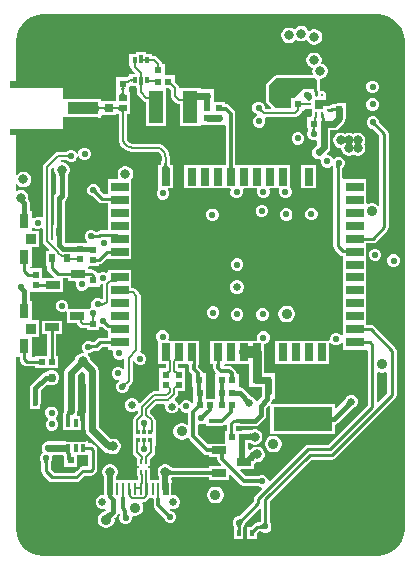
<source format=gbr>
%TF.GenerationSoftware,Altium Limited,Altium Designer,23.9.2 (47)*%
G04 Layer_Physical_Order=6*
G04 Layer_Color=16711680*
%FSLAX45Y45*%
%MOMM*%
%TF.SameCoordinates,C6D65D71-24B2-464F-8DE7-77A712877E08*%
%TF.FilePolarity,Positive*%
%TF.FileFunction,Copper,L6,Bot,Signal*%
%TF.Part,Single*%
G01*
G75*
%TA.AperFunction,SMDPad,CuDef*%
%ADD15R,0.62000X0.62000*%
%ADD16R,0.55000X0.60000*%
%ADD20R,0.35000X0.65000*%
%ADD21R,1.70000X1.10000*%
%ADD22R,0.62000X0.62000*%
%ADD26R,0.60000X0.55000*%
%ADD33R,1.20000X0.65000*%
%ADD34R,0.32000X0.51000*%
%ADD36R,0.84000X0.46000*%
%TA.AperFunction,Conductor*%
%ADD39C,0.25000*%
%ADD40C,0.20000*%
%ADD41C,0.30000*%
%ADD42C,0.62000*%
%ADD43C,0.35000*%
%ADD44C,0.50000*%
%ADD45C,0.45000*%
%ADD47C,0.40000*%
%ADD48C,0.55000*%
%ADD49C,0.15533*%
%ADD51C,0.80000*%
%ADD52C,0.25400*%
%ADD53C,0.60000*%
%ADD54C,0.46000*%
%ADD55C,1.00000*%
%TA.AperFunction,ComponentPad*%
%ADD56C,4.00000*%
%ADD57O,1.15800X2.31600*%
%ADD58O,1.20000X2.40000*%
%ADD59C,0.60000*%
%ADD60C,0.63000*%
%TA.AperFunction,ViaPad*%
%ADD61C,0.55000*%
%ADD62C,0.80000*%
%ADD63C,0.50000*%
%ADD64C,0.90000*%
%ADD65C,0.65000*%
%ADD66C,0.75000*%
%TA.AperFunction,Conductor*%
%ADD68C,0.15500*%
%TA.AperFunction,SMDPad,CuDef*%
%ADD69R,0.90000X0.90000*%
%ADD70R,0.80000X1.20000*%
%TA.AperFunction,BGAPad,CuDef*%
%ADD71R,1.10000X1.10000*%
%TA.AperFunction,SMDPad,CuDef*%
%ADD72R,0.80000X1.50000*%
%ADD73R,1.50000X0.80000*%
%ADD74R,0.27500X0.25000*%
%ADD75R,4.00000X1.70000*%
%ADD76R,0.65000X0.70000*%
%ADD77R,0.80000X0.80000*%
%ADD78R,0.42500X0.37000*%
%TA.AperFunction,ConnectorPad*%
%ADD79R,0.52000X1.00000*%
%TA.AperFunction,SMDPad,CuDef*%
%ADD80R,0.25000X0.20000*%
%TA.AperFunction,ConnectorPad*%
%ADD81R,1.00000X2.00000*%
%ADD82R,0.27000X1.00000*%
%ADD83R,2.60000X1.10000*%
%TA.AperFunction,SMDPad,CuDef*%
%ADD84R,0.25000X0.27500*%
%ADD85R,0.50000X0.75000*%
%ADD86R,0.66000X0.50000*%
%ADD87R,0.37500X0.50000*%
%ADD88R,0.30000X0.65000*%
%ADD89R,5.00000X2.00000*%
%ADD90R,1.25000X2.75000*%
%TA.AperFunction,Conductor*%
%ADD91C,0.24000*%
%ADD92C,0.27500*%
G36*
X3195090Y4707739D02*
X3241315Y4688592D01*
X3282916Y4660795D01*
X3318295Y4625415D01*
X3346092Y4583814D01*
X3365239Y4537589D01*
X3375001Y4488517D01*
Y4463500D01*
Y376500D01*
Y351483D01*
X3365239Y302411D01*
X3346092Y256186D01*
X3318295Y214584D01*
X3282916Y179205D01*
X3241315Y151408D01*
X3195090Y132261D01*
X3146017Y122500D01*
X329000D01*
X303984Y122500D01*
X254911Y132261D01*
X208686Y151408D01*
X167085Y179205D01*
X131706Y214584D01*
X103909Y256186D01*
X84762Y302411D01*
X75001Y351483D01*
Y376500D01*
Y1807114D01*
X84600Y1814600D01*
X111358D01*
Y1790000D01*
X114299Y1775212D01*
X122676Y1762676D01*
X142676Y1742676D01*
X155212Y1734299D01*
X170000Y1731358D01*
X242100D01*
Y1717100D01*
X437900D01*
Y1822900D01*
X418642D01*
Y2004160D01*
X472285D01*
Y2119960D01*
X301485D01*
Y2004160D01*
X341358D01*
Y1822900D01*
X242100D01*
Y1808642D01*
X225632D01*
X215400Y1814600D01*
Y1979600D01*
X275400D01*
Y2120400D01*
X215400D01*
Y2285400D01*
X196289D01*
Y2364743D01*
X299407D01*
X306790Y2360753D01*
Y2360753D01*
X477590D01*
Y2476011D01*
X516790D01*
Y2456753D01*
X579480D01*
X587967Y2444053D01*
X584640Y2436023D01*
Y2414978D01*
X592694Y2395535D01*
X607575Y2380654D01*
X627018Y2372600D01*
X648062D01*
X667505Y2380654D01*
X682386Y2395535D01*
X685798Y2403772D01*
X786524D01*
Y2421408D01*
X797084Y2428463D01*
X803502Y2425805D01*
X814727D01*
Y2304910D01*
X814602Y2304761D01*
X802027Y2299552D01*
X800874Y2300705D01*
X781431Y2308758D01*
X760386D01*
X740943Y2300705D01*
X726063Y2285824D01*
X718009Y2266381D01*
Y2245336D01*
X721660Y2236522D01*
X704095Y2229246D01*
X693762Y2218914D01*
X682285Y2215961D01*
X682285Y2215961D01*
Y2215961D01*
X682285Y2215960D01*
X527462D01*
X520407Y2226520D01*
X522800Y2232298D01*
Y2253342D01*
X514746Y2272785D01*
X499865Y2287666D01*
X480422Y2295720D01*
X459378D01*
X439935Y2287666D01*
X425054Y2272785D01*
X417000Y2253342D01*
Y2232298D01*
X425054Y2212855D01*
X439935Y2197974D01*
X459378Y2189920D01*
X480422D01*
X498785Y2197526D01*
X511485Y2193000D01*
Y2100160D01*
X592712D01*
X594044Y2093464D01*
X601868Y2081754D01*
X617911Y2065711D01*
X629621Y2057887D01*
X643433Y2055139D01*
X678288D01*
Y2035833D01*
X784087D01*
Y2061503D01*
X794647Y2068558D01*
X801065Y2065900D01*
X809620D01*
X810529Y2065694D01*
X810668Y2065646D01*
X811145Y2065330D01*
X811293Y2065218D01*
X832215Y2044296D01*
X844752Y2035919D01*
X855420Y2033797D01*
Y1972762D01*
X790399D01*
X775611Y1969821D01*
X763075Y1961444D01*
X763074Y1961444D01*
X740449Y1938819D01*
X724896D01*
X722776Y1939058D01*
X722660Y1939079D01*
X722457Y1939283D01*
X703014Y1947336D01*
X681969D01*
X662526Y1939283D01*
X647645Y1924402D01*
X639591Y1904959D01*
Y1883914D01*
X647645Y1864471D01*
X657156Y1854960D01*
X651815Y1844542D01*
X650756Y1843400D01*
X634010D01*
X617376Y1838943D01*
X602463Y1830333D01*
X590287Y1818157D01*
X581677Y1803244D01*
X579897Y1796601D01*
X502538Y1719242D01*
X490072Y1700586D01*
X485695Y1678580D01*
Y1575540D01*
Y1465541D01*
X485695Y1465540D01*
Y1355540D01*
X486800Y1349985D01*
Y1348528D01*
X478789Y1336539D01*
X475460Y1319800D01*
Y1250540D01*
X476300Y1246314D01*
Y1192640D01*
X627100D01*
Y1308440D01*
X599600D01*
Y1349985D01*
X600705Y1355540D01*
Y1465539D01*
X600705Y1465540D01*
Y1575540D01*
Y1654761D01*
X640185Y1694240D01*
X666395Y1668030D01*
Y1193800D01*
X670772Y1171794D01*
X683238Y1153138D01*
X822835Y1013541D01*
X841491Y1001075D01*
X863497Y996698D01*
X867920D01*
X873875Y993260D01*
X890509Y988803D01*
X907729D01*
X924362Y993260D01*
X939275Y1001870D01*
X951451Y1014046D01*
X960062Y1028960D01*
X964519Y1045593D01*
Y1062813D01*
X960062Y1079447D01*
X951451Y1094360D01*
X939275Y1106536D01*
X924362Y1115146D01*
X907729Y1119603D01*
X890509D01*
X881764Y1117260D01*
X781405Y1217619D01*
Y1691849D01*
X777028Y1713855D01*
X764562Y1732511D01*
X707126Y1789948D01*
X703563Y1803244D01*
X694953Y1818157D01*
X684273Y1828837D01*
X685311Y1835070D01*
X688771Y1841537D01*
X703014D01*
X722457Y1849590D01*
X734401Y1861535D01*
X756456D01*
X771244Y1864476D01*
X783780Y1872852D01*
X806405Y1895478D01*
X855420D01*
Y1868720D01*
X895203D01*
X902259Y1858160D01*
X899600Y1851742D01*
Y1830697D01*
X907654Y1811254D01*
X922535Y1796374D01*
X941978Y1788320D01*
X963022D01*
X982465Y1796374D01*
X983111Y1797019D01*
X995811Y1791758D01*
Y1710621D01*
X983111Y1705361D01*
X972305Y1716166D01*
X952862Y1724220D01*
X931818D01*
X912375Y1716166D01*
X897494Y1701285D01*
X889440Y1681842D01*
Y1660798D01*
X897494Y1641355D01*
X912375Y1626474D01*
X931818Y1618420D01*
X952862D01*
X955981Y1606687D01*
X950475Y1604406D01*
X935594Y1589525D01*
X927540Y1570082D01*
Y1549038D01*
X935594Y1529595D01*
X950475Y1514714D01*
X969918Y1506660D01*
X990962D01*
X1010405Y1514714D01*
X1025286Y1529595D01*
X1033340Y1549038D01*
Y1556986D01*
X1033826Y1559122D01*
X1033869Y1560671D01*
X1033916Y1561118D01*
X1033978Y1561449D01*
X1034051Y1561711D01*
X1034138Y1561947D01*
X1034256Y1562201D01*
X1034430Y1562506D01*
X1034432Y1562508D01*
X1057426Y1585502D01*
X1065250Y1597212D01*
X1067998Y1611024D01*
Y1773289D01*
X1080698Y1775815D01*
X1085511Y1764195D01*
X1100391Y1749315D01*
X1119834Y1741261D01*
X1140879D01*
X1160322Y1749315D01*
X1175203Y1764195D01*
X1183257Y1783638D01*
Y1804683D01*
X1175203Y1824126D01*
X1160322Y1839007D01*
X1140879Y1847061D01*
X1139013D01*
X1131448Y1859761D01*
X1133373Y1869440D01*
Y2329180D01*
X1130626Y2342993D01*
X1122802Y2354702D01*
X1094862Y2382642D01*
X1083153Y2390466D01*
X1069340Y2393213D01*
X1056220D01*
Y2549520D01*
X855420D01*
Y2528714D01*
X842720Y2524077D01*
X824547Y2531605D01*
X803502D01*
X784059Y2523551D01*
X780385Y2519877D01*
X765096Y2521129D01*
X761384Y2526684D01*
X761384Y2526685D01*
X746091Y2541977D01*
X733555Y2550354D01*
X718767Y2553295D01*
X696570D01*
X689078Y2560788D01*
X689614Y2574138D01*
X697180Y2580060D01*
X783815D01*
Y2596818D01*
X783862D01*
X798650Y2599760D01*
X811187Y2608136D01*
X845768Y2642718D01*
X855420Y2638720D01*
Y2638720D01*
X1056220D01*
Y2748720D01*
Y2858720D01*
Y2968720D01*
Y3078720D01*
Y3188720D01*
Y3318310D01*
X1058173Y3320263D01*
X1066783Y3335176D01*
X1071240Y3351810D01*
Y3369030D01*
X1066783Y3385664D01*
X1058173Y3400577D01*
X1045997Y3412753D01*
X1031084Y3421363D01*
X1014450Y3425820D01*
X997230D01*
X980596Y3421363D01*
X965683Y3412753D01*
X953507Y3400577D01*
X944897Y3385664D01*
X940440Y3369030D01*
Y3351810D01*
X944897Y3335176D01*
X946604Y3332220D01*
X939271Y3319520D01*
X855420D01*
Y3190782D01*
X821186D01*
X787777Y3224191D01*
X787647Y3224361D01*
X787274Y3224919D01*
X787251Y3224959D01*
X787239Y3225037D01*
X787159Y3225257D01*
X786960Y3226065D01*
Y3233782D01*
X778906Y3253225D01*
X764025Y3268106D01*
X744582Y3276160D01*
X723538D01*
X704095Y3268106D01*
X689214Y3253225D01*
X681160Y3233782D01*
Y3212738D01*
X689214Y3193295D01*
X704095Y3178414D01*
X723538Y3170360D01*
X731255D01*
X732063Y3170161D01*
X732283Y3170081D01*
X732361Y3170069D01*
X732400Y3170046D01*
X732641Y3169885D01*
X733419Y3169252D01*
X777856Y3124816D01*
X790392Y3116439D01*
X805180Y3113497D01*
X805181Y3113498D01*
X855420D01*
Y2968720D01*
Y2888855D01*
X847509Y2882363D01*
X793331D01*
X778543Y2879421D01*
X766006Y2871045D01*
X766006Y2871044D01*
X765323Y2870361D01*
X751781D01*
X751564Y2870389D01*
X750911Y2870519D01*
X750864Y2870532D01*
X750800Y2870579D01*
X750588Y2870678D01*
X749877Y2871108D01*
X744420Y2876565D01*
X724977Y2884618D01*
X703932D01*
X684489Y2876565D01*
X669608Y2861684D01*
X661555Y2842241D01*
Y2821196D01*
X669608Y2801753D01*
X682801Y2788560D01*
X682716Y2788107D01*
X675167Y2777893D01*
D01*
X675166Y2777892D01*
X569367D01*
Y2777892D01*
X563724Y2773261D01*
X553849Y2775225D01*
X500647D01*
X495083Y2780788D01*
Y2803487D01*
X496645D01*
Y2929287D01*
X495083D01*
Y3133656D01*
X502534Y3141106D01*
X513121Y3156950D01*
X516838Y3175640D01*
Y3349268D01*
X517084Y3351917D01*
X517307Y3353280D01*
X517353Y3353483D01*
X520333Y3356463D01*
X528943Y3371376D01*
X533400Y3388010D01*
Y3405230D01*
X528943Y3421863D01*
X520333Y3436776D01*
X508156Y3448953D01*
X493243Y3457563D01*
X476610Y3462020D01*
X464783D01*
X457420Y3473057D01*
X457227Y3474139D01*
X458772Y3476727D01*
X505836D01*
X505840Y3476726D01*
X506180Y3476634D01*
X506444Y3476538D01*
X506669Y3476433D01*
X506907Y3476298D01*
X507184Y3476109D01*
X507535Y3475826D01*
X508660Y3474760D01*
X510514Y3473594D01*
X516135Y3467974D01*
X535578Y3459920D01*
X556622D01*
X576065Y3467974D01*
X590946Y3482855D01*
X599000Y3502298D01*
Y3507412D01*
X611700Y3509939D01*
X615554Y3500635D01*
X630435Y3485754D01*
X649878Y3477700D01*
X670922D01*
X690365Y3485754D01*
X705246Y3500635D01*
X713300Y3520078D01*
Y3541122D01*
X705246Y3560565D01*
X690365Y3575446D01*
X670922Y3583500D01*
X649878D01*
X630435Y3575446D01*
X615554Y3560565D01*
X607500Y3541122D01*
Y3536008D01*
X594800Y3533481D01*
X590946Y3542785D01*
X576065Y3557666D01*
X556622Y3565720D01*
X535578D01*
X516135Y3557666D01*
X510514Y3552046D01*
X508660Y3550880D01*
X507535Y3549814D01*
X507185Y3549531D01*
X506907Y3549342D01*
X506668Y3549206D01*
X506445Y3549103D01*
X506181Y3549007D01*
X505839Y3548914D01*
X505836Y3548913D01*
X436880D01*
X423068Y3546166D01*
X411358Y3538342D01*
X314838Y3441822D01*
X307014Y3430112D01*
X304267Y3416300D01*
Y2997139D01*
X291567Y2992123D01*
X274039Y2999384D01*
X252994D01*
X233551Y2991330D01*
X228100Y2985879D01*
X215400Y2991140D01*
Y3045400D01*
X196289D01*
Y3118315D01*
X196290Y3118316D01*
X192766Y3136030D01*
X184174Y3148889D01*
X184780Y3151150D01*
Y3168370D01*
X180323Y3185004D01*
X171713Y3199917D01*
X159537Y3212093D01*
X144624Y3220703D01*
X127990Y3225160D01*
X110770D01*
X94136Y3220703D01*
X87701Y3216987D01*
X75001Y3224320D01*
Y3274962D01*
X87701Y3278365D01*
X89907Y3274543D01*
X102083Y3262367D01*
X116996Y3253757D01*
X133630Y3249300D01*
X150850D01*
X167484Y3253757D01*
X182397Y3262367D01*
X194573Y3274543D01*
X203183Y3289456D01*
X207640Y3306090D01*
Y3323310D01*
X203183Y3339944D01*
X194573Y3354857D01*
X182397Y3367033D01*
X167484Y3375643D01*
X150850Y3380100D01*
X133630D01*
X116996Y3375643D01*
X102083Y3367033D01*
X89907Y3354857D01*
X87701Y3351035D01*
X75001Y3354438D01*
Y3687500D01*
X27500D01*
Y3742500D01*
X477500D01*
Y3842500D01*
X777500D01*
Y3837100D01*
X802900D01*
Y3845773D01*
X806215Y3857100D01*
X922015D01*
X924101Y3867100D01*
X948701D01*
Y3666208D01*
X948354D01*
X952321Y3636078D01*
X963951Y3608001D01*
X982451Y3583891D01*
X1006561Y3565390D01*
X1034638Y3553761D01*
X1064768Y3549794D01*
Y3550140D01*
X1263498D01*
X1264297Y3550299D01*
X1282188Y3546741D01*
X1298033Y3536153D01*
X1308621Y3520308D01*
X1312179Y3502417D01*
X1312020Y3501618D01*
Y3484597D01*
X1311873Y3477810D01*
X1311023Y3466121D01*
X1309683Y3456367D01*
X1307976Y3448678D01*
X1306130Y3443203D01*
X1304532Y3440032D01*
X1304267Y3439686D01*
X1302968Y3439520D01*
X1280420D01*
Y3414784D01*
X1280227Y3413815D01*
X1280420Y3412846D01*
Y3238720D01*
X1280420D01*
X1283507Y3231267D01*
X1277494Y3225254D01*
X1269440Y3205811D01*
Y3184766D01*
X1277494Y3165323D01*
X1292375Y3150443D01*
X1311818Y3142389D01*
X1332862D01*
X1352305Y3150443D01*
X1367186Y3165323D01*
X1375240Y3184766D01*
Y3205811D01*
X1367186Y3225254D01*
X1365453Y3226987D01*
X1370314Y3238720D01*
X1411220D01*
Y3412846D01*
X1411413Y3413815D01*
X1411220Y3414784D01*
Y3439520D01*
X1388672D01*
X1387373Y3439686D01*
X1387108Y3440032D01*
X1385510Y3443203D01*
X1383664Y3448678D01*
X1382052Y3455938D01*
X1379758Y3478201D01*
X1379620Y3484597D01*
Y3501618D01*
X1379967D01*
X1375998Y3531762D01*
X1364363Y3559852D01*
X1345854Y3583974D01*
X1321732Y3602483D01*
X1293642Y3614118D01*
X1263498Y3618086D01*
Y3617740D01*
X1064768D01*
X1063971Y3617581D01*
X1046098Y3621136D01*
X1030271Y3631711D01*
X1019696Y3647538D01*
X1016141Y3665411D01*
X1016300Y3666208D01*
Y3867100D01*
X1040900D01*
Y3957100D01*
Y4053358D01*
X1040901Y4057900D01*
X1040901D01*
X1038613Y4065112D01*
X1038613Y4065112D01*
Y4089847D01*
X1038806Y4090816D01*
X1038622Y4091740D01*
X1038739Y4092676D01*
X1044195Y4104260D01*
X1096160D01*
Y4089260D01*
X1100467D01*
Y4054127D01*
X1103214Y4040315D01*
X1111038Y4028605D01*
X1157803Y3981840D01*
X1169513Y3974016D01*
X1176209Y3972684D01*
Y3763678D01*
X1352009D01*
Y4089477D01*
X1364513Y4089951D01*
X1373204D01*
X1388847Y4074308D01*
Y4023360D01*
X1391594Y4009548D01*
X1399418Y3997838D01*
X1435694Y3961562D01*
X1447404Y3953738D01*
X1461216Y3950991D01*
X1466209D01*
Y3763678D01*
X1642009D01*
Y3764702D01*
X1646360Y3775600D01*
X1697762D01*
X1703218Y3774515D01*
X1794848D01*
X1800305Y3775600D01*
X1851220D01*
X1854629Y3764312D01*
Y3439520D01*
X1500420D01*
Y3238720D01*
X1889892D01*
X1898377Y3226020D01*
X1895280Y3218542D01*
Y3197498D01*
X1903334Y3178055D01*
X1918215Y3163174D01*
X1937658Y3155120D01*
X1958702D01*
X1978145Y3163174D01*
X1993026Y3178055D01*
X2001080Y3197498D01*
Y3218542D01*
X1997983Y3226020D01*
X2006468Y3238720D01*
X2115757D01*
X2122813Y3228160D01*
X2120114Y3221644D01*
Y3200599D01*
X2128167Y3181156D01*
X2143048Y3166276D01*
X2162491Y3158222D01*
X2183536D01*
X2202979Y3166276D01*
X2217860Y3181156D01*
X2225914Y3200599D01*
Y3221644D01*
X2223215Y3228160D01*
X2230270Y3238720D01*
X2303089D01*
X2310145Y3228160D01*
X2306922Y3220381D01*
Y3199336D01*
X2314976Y3179893D01*
X2329857Y3165012D01*
X2349300Y3156959D01*
X2370345D01*
X2389788Y3165012D01*
X2404669Y3179893D01*
X2412722Y3199336D01*
Y3220381D01*
X2404669Y3239824D01*
X2401220Y3243272D01*
Y3439520D01*
X1937012D01*
Y3871435D01*
X1933876Y3887198D01*
X1924947Y3900562D01*
X1882373Y3943136D01*
X1869009Y3952065D01*
X1853246Y3955201D01*
X1851220D01*
Y3971400D01*
X1755140D01*
Y4016125D01*
X1756245Y4021680D01*
X1755140Y4027235D01*
Y4078080D01*
X1704295D01*
X1698740Y4079185D01*
X1642009D01*
Y4089478D01*
X1466209D01*
X1459053Y4099214D01*
X1458286Y4103071D01*
X1450462Y4114780D01*
X1424248Y4140994D01*
Y4195750D01*
X1339387D01*
Y4294601D01*
X1317413D01*
X1316081Y4301297D01*
X1308257Y4313007D01*
X1271082Y4350182D01*
X1259372Y4358006D01*
X1245560Y4360754D01*
X1234510D01*
Y4375060D01*
X1176960D01*
Y4390060D01*
X1096160D01*
Y4375060D01*
X1038710D01*
Y4274260D01*
X1047967D01*
Y4269660D01*
X1050714Y4255848D01*
X1058538Y4244138D01*
X1084917Y4217760D01*
X1079656Y4205060D01*
X1038710D01*
Y4187759D01*
X1029295Y4185887D01*
X1018330Y4178560D01*
X1017681Y4177911D01*
X1014109D01*
X1013202Y4178102D01*
X1012180Y4177911D01*
X925813D01*
Y4093103D01*
X925684Y4092630D01*
X925800Y4091717D01*
X925620Y4090816D01*
X925813Y4089847D01*
Y4065112D01*
X925812D01*
X924099Y4057900D01*
X924100Y4057899D01*
X924100Y4053121D01*
Y3989736D01*
X922014Y3977900D01*
X806215D01*
X802900Y3989227D01*
Y3997900D01*
X777500D01*
Y3992500D01*
X477500D01*
Y4092500D01*
X27500D01*
Y4147500D01*
X75001D01*
Y4463499D01*
X75000Y4488516D01*
X84761Y4537589D01*
X103908Y4583814D01*
X131705Y4625416D01*
X167084Y4660795D01*
X208685Y4688592D01*
X254911Y4707739D01*
X303983Y4717500D01*
X329000Y4717500D01*
X3121001Y4717500D01*
X3146017D01*
X3195090Y4707739D01*
D02*
G37*
G36*
X1064720Y4132475D02*
X1064495Y4135218D01*
X1063820Y4137671D01*
X1062696Y4139837D01*
X1061122Y4141713D01*
X1059097Y4143301D01*
X1056624Y4144600D01*
X1053700Y4145611D01*
X1050326Y4146333D01*
X1046503Y4146766D01*
X1042230Y4146910D01*
Y4162410D01*
X1046503Y4162554D01*
X1050326Y4162987D01*
X1053700Y4163709D01*
X1056624Y4164720D01*
X1059097Y4166019D01*
X1061122Y4167607D01*
X1062696Y4169483D01*
X1063820Y4171649D01*
X1064495Y4174102D01*
X1064720Y4176845D01*
Y4132475D01*
D02*
G37*
G36*
X1013053Y4151324D02*
X1013487Y4150535D01*
X1014211Y4149838D01*
X1015224Y4149235D01*
X1016527Y4148724D01*
X1018119Y4148306D01*
X1020001Y4147981D01*
X1022172Y4147749D01*
X1027383Y4147563D01*
Y4132063D01*
X1024589Y4131996D01*
X1022087Y4131794D01*
X1019877Y4131458D01*
X1017961Y4130987D01*
X1016336Y4130382D01*
X1015005Y4129642D01*
X1013965Y4128768D01*
X1013219Y4127759D01*
X1012765Y4126616D01*
X1012603Y4125338D01*
X1012908Y4152206D01*
X1013053Y4151324D01*
D02*
G37*
G36*
X1008603Y4090506D02*
X1004751Y4089576D01*
X1001353Y4088026D01*
X998407Y4085856D01*
X995915Y4083066D01*
X993876Y4079656D01*
X992289Y4075626D01*
X991157Y4070976D01*
X990477Y4065706D01*
X990316Y4061519D01*
X990483Y4057247D01*
X991180Y4051926D01*
X992343Y4047230D01*
X993970Y4043160D01*
X996063Y4039717D01*
X998620Y4036899D01*
X1001643Y4034708D01*
X1005130Y4033143D01*
X1009083Y4032203D01*
X1013500Y4031890D01*
X951500D01*
X955918Y4032203D01*
X959870Y4033143D01*
X963357Y4034708D01*
X966380Y4036899D01*
X968938Y4039717D01*
X971030Y4043160D01*
X972658Y4047230D01*
X973820Y4051926D01*
X974518Y4057247D01*
X974684Y4061497D01*
X974518Y4065706D01*
X973821Y4070976D01*
X972659Y4075626D01*
X971033Y4079656D01*
X968942Y4083066D01*
X966386Y4085856D01*
X963366Y4088026D01*
X959881Y4089576D01*
X955932Y4090506D01*
X951518Y4090816D01*
X1012908D01*
X1008603Y4090506D01*
D02*
G37*
G36*
X950110Y3894250D02*
X949874Y3897195D01*
X949168Y3899830D01*
X947990Y3902155D01*
X946341Y3904170D01*
X944221Y3905875D01*
X941630Y3907270D01*
X938568Y3908355D01*
X935035Y3909130D01*
X931030Y3909595D01*
X926555Y3909750D01*
Y3925250D01*
X931030Y3925405D01*
X935035Y3925870D01*
X938568Y3926645D01*
X941630Y3927730D01*
X944221Y3929125D01*
X946341Y3930830D01*
X947990Y3932845D01*
X949168Y3935170D01*
X949874Y3937805D01*
X950110Y3940750D01*
Y3894250D01*
D02*
G37*
G36*
X896241Y3937805D02*
X896947Y3935170D01*
X898125Y3932845D01*
X899774Y3930830D01*
X901894Y3929125D01*
X904485Y3927730D01*
X907547Y3926645D01*
X911080Y3925870D01*
X915085Y3925405D01*
X919560Y3925250D01*
Y3909750D01*
X915085Y3909595D01*
X911080Y3909130D01*
X907547Y3908355D01*
X904485Y3907270D01*
X901894Y3905875D01*
X899774Y3904170D01*
X898125Y3902155D01*
X896947Y3899830D01*
X896241Y3897195D01*
X896005Y3894250D01*
Y3940750D01*
X896241Y3937805D01*
D02*
G37*
G36*
X831919Y3894250D02*
X831687Y3897195D01*
X830989Y3899830D01*
X829827Y3902155D01*
X828199Y3904170D01*
X826107Y3905875D01*
X823549Y3907270D01*
X820527Y3908355D01*
X817039Y3909130D01*
X813087Y3909595D01*
X808669Y3909750D01*
Y3925250D01*
X813087Y3925405D01*
X817039Y3925870D01*
X820527Y3926645D01*
X823549Y3927730D01*
X826107Y3929125D01*
X828199Y3930830D01*
X829827Y3932845D01*
X830989Y3935170D01*
X831687Y3937805D01*
X831919Y3940750D01*
Y3894250D01*
D02*
G37*
G36*
X777428Y3937805D02*
X778125Y3935170D01*
X779288Y3932845D01*
X780915Y3930830D01*
X783008Y3929125D01*
X785565Y3927730D01*
X788588Y3926645D01*
X792075Y3925870D01*
X796028Y3925405D01*
X800445Y3925250D01*
Y3909750D01*
X796028Y3909595D01*
X792075Y3909130D01*
X788588Y3908355D01*
X785565Y3907270D01*
X783008Y3905875D01*
X780915Y3904170D01*
X779288Y3902155D01*
X778125Y3899830D01*
X777428Y3897195D01*
X777195Y3894250D01*
Y3940750D01*
X777428Y3937805D01*
D02*
G37*
G36*
X1002805Y3892573D02*
X1000170Y3891875D01*
X997845Y3890713D01*
X995830Y3889085D01*
X994125Y3886992D01*
X992730Y3884435D01*
X991645Y3881412D01*
X990870Y3877925D01*
X990405Y3873972D01*
X990250Y3869555D01*
X974750D01*
X974595Y3873972D01*
X974130Y3877925D01*
X973355Y3881412D01*
X972270Y3884435D01*
X970875Y3886992D01*
X969170Y3889085D01*
X967155Y3890713D01*
X964830Y3891875D01*
X962195Y3892573D01*
X959250Y3892805D01*
X1005750D01*
X1002805Y3892573D01*
D02*
G37*
G36*
X526461Y3493570D02*
X524604Y3495328D01*
X522661Y3496900D01*
X520630Y3498288D01*
X518513Y3499490D01*
X516308Y3500508D01*
X514017Y3501340D01*
X511639Y3501987D01*
X509173Y3502450D01*
X506622Y3502728D01*
X503983Y3502820D01*
Y3522820D01*
X506622Y3522912D01*
X509173Y3523190D01*
X511639Y3523653D01*
X514017Y3524300D01*
X516308Y3525132D01*
X518513Y3526150D01*
X520630Y3527352D01*
X522661Y3528740D01*
X524604Y3530312D01*
X526461Y3532070D01*
Y3493570D01*
D02*
G37*
G36*
X1353890Y3476590D02*
X1356445Y3451790D01*
X1358681Y3441715D01*
X1361556Y3433190D01*
X1365070Y3426215D01*
X1369223Y3420790D01*
X1374015Y3416915D01*
X1379446Y3414590D01*
X1385515Y3413815D01*
X1306125D01*
X1312194Y3414590D01*
X1317625Y3416915D01*
X1322417Y3420790D01*
X1326570Y3426215D01*
X1330084Y3433190D01*
X1332959Y3441715D01*
X1335195Y3451790D01*
X1336792Y3463415D01*
X1337750Y3476590D01*
X1338070Y3491316D01*
X1353570D01*
X1353890Y3476590D01*
D02*
G37*
G36*
X494955Y3366799D02*
X494020Y3365189D01*
X493195Y3363224D01*
X492480Y3360905D01*
X491875Y3358232D01*
X491380Y3355204D01*
X490720Y3348085D01*
X490500Y3339548D01*
X445500D01*
X445445Y3343994D01*
X444620Y3355204D01*
X444125Y3358232D01*
X443520Y3360905D01*
X442805Y3363224D01*
X441980Y3365189D01*
X441045Y3366799D01*
X440000Y3368054D01*
X496000D01*
X494955Y3366799D01*
D02*
G37*
G36*
X761645Y3221085D02*
X761941Y3219166D01*
X762448Y3217227D01*
X763166Y3215268D01*
X764093Y3213291D01*
X765231Y3211294D01*
X766580Y3209277D01*
X768138Y3207241D01*
X769907Y3205186D01*
X771886Y3203111D01*
X754209Y3185434D01*
X752134Y3187413D01*
X748043Y3190740D01*
X746026Y3192089D01*
X744029Y3193227D01*
X742052Y3194154D01*
X740093Y3194872D01*
X738154Y3195379D01*
X736235Y3195675D01*
X734335Y3195761D01*
X761559Y3222985D01*
X761645Y3221085D01*
D02*
G37*
G36*
X735498Y2849686D02*
X737065Y2848538D01*
X738794Y2847526D01*
X740686Y2846648D01*
X742740Y2845906D01*
X744957Y2845298D01*
X747337Y2844826D01*
X749878Y2844488D01*
X752583Y2844286D01*
X755449Y2844218D01*
Y2819219D01*
X752583Y2819151D01*
X747337Y2818611D01*
X744957Y2818139D01*
X742740Y2817531D01*
X740686Y2816789D01*
X738794Y2815911D01*
X737065Y2814899D01*
X735498Y2813751D01*
X734093Y2812469D01*
Y2850968D01*
X735498Y2849686D01*
D02*
G37*
G36*
X404176Y3411111D02*
X402600Y3405230D01*
Y3388010D01*
X407057Y3371376D01*
X415667Y3356463D01*
X418647Y3353483D01*
X418693Y3353280D01*
X418876Y3352159D01*
X419161Y3348285D01*
Y3195869D01*
X411711Y3188419D01*
X401124Y3172575D01*
X397407Y3153885D01*
Y2929287D01*
X395845D01*
Y2804980D01*
X386321Y2797459D01*
X385673Y2797191D01*
X376453Y2806411D01*
Y3401350D01*
X392789Y3417685D01*
X404176Y3411111D01*
D02*
G37*
G36*
X233551Y2901638D02*
X252994Y2893584D01*
X274039D01*
X291567Y2900844D01*
X304267Y2895829D01*
Y2791460D01*
X307014Y2777648D01*
X314838Y2765938D01*
X359756Y2721020D01*
X354896Y2709287D01*
X330845D01*
Y2583487D01*
X342603D01*
Y2565155D01*
X345544Y2550367D01*
X353921Y2537831D01*
X402498Y2489253D01*
X400866Y2481637D01*
X397690Y2476553D01*
X306790D01*
X299408Y2486195D01*
Y2560543D01*
X207167D01*
X200199Y2573243D01*
X201064Y2574600D01*
X215400D01*
Y2739600D01*
X275400D01*
Y2880400D01*
X215400D01*
Y2901828D01*
X228100Y2907088D01*
X233551Y2901638D01*
D02*
G37*
G36*
X792405Y2273351D02*
X794348Y2271778D01*
X796379Y2270391D01*
X798496Y2269188D01*
X800701Y2268171D01*
X802992Y2267338D01*
X805370Y2266691D01*
X807835Y2266228D01*
X810387Y2265951D01*
X813026Y2265858D01*
Y2245858D01*
X810387Y2245766D01*
X807835Y2245488D01*
X805370Y2245026D01*
X802992Y2244378D01*
X800701Y2243546D01*
X798496Y2242528D01*
X796379Y2241326D01*
X794348Y2239938D01*
X792405Y2238366D01*
X790548Y2236608D01*
Y2275108D01*
X792405Y2273351D01*
D02*
G37*
G36*
X752258Y2163783D02*
X750428Y2162032D01*
X748790Y2160181D01*
X747345Y2158230D01*
X746092Y2156178D01*
X745033Y2154027D01*
X744165Y2151775D01*
X743491Y2149424D01*
X743009Y2146972D01*
X742720Y2144420D01*
X742624Y2141768D01*
X722624Y2142891D01*
X722536Y2145516D01*
X722271Y2148067D01*
X721831Y2150543D01*
X721214Y2152945D01*
X720421Y2155272D01*
X719451Y2157525D01*
X718305Y2159704D01*
X716984Y2161808D01*
X715485Y2163838D01*
X713811Y2165793D01*
X752258Y2163783D01*
D02*
G37*
G36*
X839208Y2117178D02*
X839536Y2115266D01*
X840071Y2113333D01*
X840813Y2111380D01*
X841761Y2109407D01*
X842915Y2107414D01*
X844276Y2105400D01*
X845843Y2103367D01*
X847617Y2101313D01*
X849598Y2099240D01*
X832314Y2081168D01*
X830238Y2083146D01*
X828181Y2084910D01*
X826143Y2086460D01*
X824124Y2087796D01*
X822124Y2088918D01*
X820143Y2089825D01*
X818181Y2090518D01*
X816238Y2090997D01*
X814314Y2091262D01*
X812409Y2091312D01*
X839086Y2119071D01*
X839208Y2117178D01*
D02*
G37*
G36*
X709171Y1916472D02*
X710818Y1915675D01*
X712620Y1914973D01*
X714576Y1914363D01*
X716688Y1913848D01*
X718955Y1913426D01*
X723953Y1912864D01*
X726685Y1912724D01*
X729571Y1912677D01*
X735647Y1887677D01*
X732770Y1887597D01*
X730088Y1887358D01*
X727604Y1886960D01*
X725316Y1886402D01*
X723224Y1885685D01*
X721330Y1884809D01*
X719631Y1883773D01*
X718129Y1882578D01*
X716824Y1881224D01*
X715716Y1879710D01*
X707679Y1917362D01*
X709171Y1916472D01*
D02*
G37*
G36*
X1017292Y1582270D02*
X1015492Y1580339D01*
X1013884Y1578338D01*
X1012468Y1576268D01*
X1011244Y1574129D01*
X1010212Y1571920D01*
X1009373Y1569642D01*
X1008726Y1567294D01*
X1008271Y1564877D01*
X1008009Y1562391D01*
X1007939Y1559835D01*
X980715Y1587059D01*
X983271Y1587129D01*
X985757Y1587391D01*
X988174Y1587846D01*
X990522Y1588493D01*
X992800Y1589332D01*
X995009Y1590364D01*
X997148Y1591588D01*
X999218Y1593004D01*
X1001219Y1594612D01*
X1003150Y1596412D01*
X1017292Y1582270D01*
D02*
G37*
%LPC*%
G36*
X2502890Y4614540D02*
X2485670D01*
X2469036Y4610083D01*
X2454123Y4601473D01*
X2441947Y4589297D01*
X2440921Y4587520D01*
X2430232Y4586112D01*
X2415319Y4594723D01*
X2398685Y4599180D01*
X2381465D01*
X2364832Y4594723D01*
X2349919Y4586112D01*
X2337742Y4573936D01*
X2329132Y4559023D01*
X2324675Y4542390D01*
Y4525170D01*
X2329132Y4508536D01*
X2337742Y4493623D01*
X2349919Y4481447D01*
X2364832Y4472837D01*
X2381465Y4468380D01*
X2398685D01*
X2415319Y4472837D01*
X2430232Y4481447D01*
X2442408Y4493623D01*
X2443434Y4495400D01*
X2454124Y4496807D01*
X2469036Y4488197D01*
X2485670Y4483740D01*
X2502890D01*
X2519524Y4488197D01*
X2531495Y4495109D01*
X2540155Y4494031D01*
X2546528Y4490938D01*
X2553707Y4478503D01*
X2565883Y4466327D01*
X2580796Y4457717D01*
X2597430Y4453260D01*
X2614650D01*
X2631284Y4457717D01*
X2646197Y4466327D01*
X2658373Y4478503D01*
X2666983Y4493416D01*
X2671440Y4510050D01*
Y4527270D01*
X2666983Y4543904D01*
X2658373Y4558817D01*
X2646197Y4570993D01*
X2631284Y4579603D01*
X2614650Y4584060D01*
X2597430D01*
X2580796Y4579603D01*
X2568825Y4572691D01*
X2560165Y4573769D01*
X2553792Y4576862D01*
X2546613Y4589297D01*
X2534437Y4601473D01*
X2519524Y4610083D01*
X2502890Y4614540D01*
D02*
G37*
G36*
X3108900Y4151338D02*
X3087855D01*
X3068412Y4143284D01*
X3053532Y4128403D01*
X3045478Y4108960D01*
Y4087915D01*
X3053532Y4068472D01*
X3068412Y4053592D01*
X3087855Y4045538D01*
X3108900D01*
X3128343Y4053592D01*
X3143224Y4068472D01*
X3151278Y4087915D01*
Y4108960D01*
X3143224Y4128403D01*
X3128343Y4143284D01*
X3108900Y4151338D01*
D02*
G37*
G36*
X2609570Y4388480D02*
X2592350D01*
X2575716Y4384023D01*
X2560803Y4375413D01*
X2548627Y4363237D01*
X2540017Y4348324D01*
X2535560Y4331690D01*
Y4314470D01*
X2540017Y4297836D01*
X2548627Y4282923D01*
X2560803Y4270747D01*
X2575716Y4262137D01*
X2581993Y4260455D01*
X2592274Y4257224D01*
X2590385Y4245794D01*
X2588900Y4240250D01*
Y4223030D01*
X2592767Y4208598D01*
X2586623Y4195898D01*
X2280000D01*
X2270089Y4193926D01*
X2261687Y4188312D01*
X2201687Y4128312D01*
X2196074Y4119910D01*
X2194102Y4110000D01*
Y3980000D01*
X2196074Y3970089D01*
X2201687Y3961688D01*
X2239508Y3923867D01*
X2234648Y3912133D01*
X2191730D01*
X2187593Y3916271D01*
X2187590Y3916275D01*
X2187416Y3916579D01*
X2187298Y3916833D01*
X2187211Y3917069D01*
X2187138Y3917331D01*
X2187076Y3917662D01*
X2187029Y3918109D01*
X2186986Y3919658D01*
X2186500Y3921794D01*
Y3929742D01*
X2178446Y3949185D01*
X2163565Y3964066D01*
X2144122Y3972120D01*
X2123078D01*
X2103635Y3964066D01*
X2088754Y3949185D01*
X2080700Y3929742D01*
Y3908698D01*
X2088754Y3889255D01*
X2103635Y3874374D01*
X2117105Y3868794D01*
Y3855048D01*
X2107854Y3851216D01*
X2092973Y3836335D01*
X2084920Y3816892D01*
Y3795847D01*
X2092973Y3776404D01*
X2107854Y3761523D01*
X2127297Y3753470D01*
X2148342D01*
X2167785Y3761523D01*
X2182666Y3776404D01*
X2190719Y3795847D01*
Y3816892D01*
X2186430Y3827246D01*
X2194916Y3839947D01*
X2438400D01*
X2452212Y3842694D01*
X2463922Y3850518D01*
X2491182Y3877778D01*
X2499006Y3889488D01*
X2500461Y3896800D01*
X2521060D01*
Y3902368D01*
X2529190Y3911700D01*
X2581640D01*
Y3857616D01*
X2574291Y3846617D01*
X2572959Y3839920D01*
X2542985D01*
Y3734120D01*
X2542985D01*
X2551099Y3721420D01*
X2546585Y3710522D01*
Y3689478D01*
X2554639Y3670035D01*
X2569520Y3655154D01*
X2588963Y3647100D01*
X2610007D01*
X2615320Y3649301D01*
X2625880Y3642245D01*
Y3608904D01*
X2600938Y3583962D01*
X2588472Y3565306D01*
X2584095Y3543300D01*
X2588472Y3521294D01*
X2600938Y3502638D01*
X2619594Y3490172D01*
X2641600Y3485795D01*
X2650371Y3487540D01*
X2659686Y3477219D01*
X2659793Y3476465D01*
Y3456055D01*
X2667847Y3436612D01*
X2682728Y3421732D01*
X2702171Y3413678D01*
X2723216D01*
X2742658Y3421732D01*
X2749158Y3428231D01*
X2764139Y3425252D01*
X2765291Y3422472D01*
X2765446Y3422317D01*
X2765616Y3421519D01*
X2765700Y3420901D01*
X2765754Y3420131D01*
Y2747753D01*
X2768696Y2732965D01*
X2777072Y2720429D01*
X2819725Y2677776D01*
X2832262Y2669399D01*
X2845420Y2666782D01*
Y2528720D01*
Y2418720D01*
Y2308720D01*
Y2198720D01*
Y2088720D01*
Y1997222D01*
X2837084Y1993824D01*
X2832720Y1993367D01*
X2818779Y2007308D01*
X2799336Y2015362D01*
X2778291D01*
X2758848Y2007308D01*
X2743967Y1992428D01*
X2735914Y1972985D01*
Y1960276D01*
X2731916Y1951115D01*
X2724180Y1949520D01*
X2270420D01*
Y1748720D01*
X2731220D01*
Y1930085D01*
X2743920Y1932611D01*
X2743967Y1932497D01*
X2758848Y1917616D01*
X2778291Y1909562D01*
X2799336D01*
X2818779Y1917616D01*
X2832720Y1931557D01*
X2837084Y1931101D01*
X2845420Y1927702D01*
Y1868720D01*
X3046220D01*
Y1868720D01*
X3057413Y1865083D01*
Y1402931D01*
X2724569Y1070087D01*
X2551995D01*
X2537129Y1067129D01*
X2524526Y1058709D01*
X2227140Y761322D01*
X2214440Y766583D01*
Y769982D01*
X2206386Y789425D01*
X2191505Y804306D01*
X2172062Y812360D01*
X2151018D01*
X2131575Y804306D01*
X2128003Y800735D01*
X2126997Y800651D01*
X2029817D01*
X1975902Y854567D01*
X1980762Y866300D01*
X2092940D01*
Y905823D01*
X2107768Y920651D01*
X2109750Y920120D01*
X2126970D01*
X2143604Y924577D01*
X2158517Y933187D01*
X2170693Y945363D01*
X2179303Y960276D01*
X2183760Y976910D01*
Y994130D01*
X2179303Y1010764D01*
X2170693Y1025677D01*
X2158517Y1037853D01*
X2143604Y1046463D01*
X2126970Y1050920D01*
X2109750D01*
X2093116Y1046463D01*
X2078203Y1037853D01*
X2075664Y1035313D01*
X2059856Y1024751D01*
X2047329Y1028171D01*
X2047156Y1028242D01*
Y1081444D01*
X2063200D01*
X2075336Y1074437D01*
X2091970Y1069980D01*
X2109190D01*
X2125824Y1074437D01*
X2140737Y1083047D01*
X2152913Y1095223D01*
X2161523Y1110136D01*
X2165980Y1126770D01*
Y1143990D01*
X2161523Y1160624D01*
X2152913Y1175537D01*
X2140737Y1187713D01*
X2125824Y1196323D01*
X2109190Y1200780D01*
X2091970D01*
X2075336Y1196323D01*
X2063200Y1189316D01*
X1993220D01*
X1988010Y1188280D01*
X1941102D01*
Y1222900D01*
X2049940D01*
Y1225011D01*
X2099339D01*
X2099340Y1225011D01*
X2117054Y1228534D01*
X2132072Y1238569D01*
X2184111Y1290608D01*
X2184112Y1290608D01*
X2194146Y1305626D01*
X2197669Y1323340D01*
Y1380366D01*
X2216900Y1399597D01*
X2229600Y1394336D01*
Y1159600D01*
X2780400D01*
Y1238176D01*
X2788966Y1239879D01*
X2804810Y1250466D01*
X2929677Y1375333D01*
X2930026D01*
X2951307Y1384147D01*
X2967594Y1400435D01*
X2976409Y1421715D01*
Y1444750D01*
X2967594Y1466030D01*
X2951307Y1482318D01*
X2930026Y1491133D01*
X2906992D01*
X2885711Y1482318D01*
X2869424Y1466030D01*
X2860609Y1444750D01*
Y1444400D01*
X2792134Y1375925D01*
X2780400Y1380785D01*
Y1410400D01*
X2245664D01*
X2240693Y1420756D01*
X2240217Y1423100D01*
X2249874Y1437553D01*
X2253397Y1455268D01*
Y1457283D01*
X2271945D01*
Y1507340D01*
X2273246Y1513878D01*
Y1613916D01*
X2273441Y1614901D01*
X2272337Y1620455D01*
Y1671300D01*
X2221491D01*
X2215937Y1672405D01*
X2181784D01*
Y1849120D01*
X2181220Y1853407D01*
Y1922869D01*
X2184905D01*
X2204348Y1930923D01*
X2219229Y1945804D01*
X2227283Y1965247D01*
Y1986291D01*
X2219229Y2005734D01*
X2204348Y2020615D01*
X2184905Y2028669D01*
X2163861D01*
X2144418Y2020615D01*
X2129537Y2005734D01*
X2121483Y1986291D01*
Y1965247D01*
X2123623Y1960080D01*
X2116568Y1949520D01*
X1720420D01*
Y1748720D01*
X1747194D01*
X1749509Y1745900D01*
Y1717040D01*
X1752644Y1701277D01*
X1761573Y1687913D01*
X1771234Y1678253D01*
X1767488Y1669210D01*
X1767488D01*
Y1570443D01*
X1767488Y1563411D01*
X1767488D01*
X1767836Y1557887D01*
X1767837D01*
Y1454155D01*
X1688393D01*
Y1559255D01*
X1685350Y1559985D01*
Y1672785D01*
X1659171D01*
Y1673860D01*
X1656036Y1689623D01*
X1647107Y1702987D01*
X1623611Y1726482D01*
Y1745900D01*
X1625926Y1748720D01*
X1631220D01*
Y1949520D01*
X1377630D01*
X1369144Y1962220D01*
X1373700Y1973218D01*
Y1994262D01*
X1365646Y2013705D01*
X1350765Y2028586D01*
X1331322Y2036640D01*
X1310278D01*
X1290835Y2028586D01*
X1275954Y2013705D01*
X1267900Y1994262D01*
Y1973218D01*
X1275954Y1953775D01*
X1280420Y1949308D01*
Y1748720D01*
X1349077D01*
Y1735970D01*
X1349879Y1731937D01*
Y1715549D01*
X1293722D01*
Y1604749D01*
Y1520009D01*
X1243396D01*
X1230455Y1517435D01*
X1219484Y1510105D01*
X1130323Y1420944D01*
X1115342Y1423924D01*
X1110805Y1434878D01*
X1094518Y1451165D01*
X1073237Y1459980D01*
X1050203D01*
X1028922Y1451165D01*
X1012635Y1434878D01*
X1003820Y1413597D01*
Y1390563D01*
X1012635Y1369282D01*
X1028922Y1352995D01*
X1050203Y1344180D01*
X1073237D01*
X1094518Y1352995D01*
X1099677Y1358154D01*
X1112377Y1352894D01*
Y1343967D01*
X1112801Y1341837D01*
Y1333851D01*
X1076675Y1297724D01*
X1069344Y1286754D01*
X1066770Y1273813D01*
Y1192133D01*
X1066820Y1191880D01*
Y1183033D01*
X1067470Y1179766D01*
Y1061000D01*
X1069637D01*
Y1004371D01*
X1072211Y991430D01*
X1079542Y980460D01*
X1098360Y961641D01*
X1101802Y950366D01*
X1101802D01*
Y879567D01*
X1101802D01*
Y878366D01*
X1101802D01*
Y807567D01*
X1108258D01*
Y767900D01*
X927038D01*
Y793680D01*
X927058Y793929D01*
X928633Y795503D01*
X937243Y810416D01*
X941700Y827050D01*
Y844270D01*
X937243Y860904D01*
X928633Y875817D01*
X916457Y887993D01*
X901544Y896603D01*
X884910Y901060D01*
X867690D01*
X851056Y896603D01*
X836143Y887993D01*
X823967Y875817D01*
X815357Y860904D01*
X810900Y844270D01*
Y827050D01*
X815357Y810416D01*
X823967Y795503D01*
X824086Y795384D01*
X824263Y792436D01*
Y767900D01*
X823600D01*
Y640925D01*
X821318Y639400D01*
X798682D01*
X777769Y630738D01*
X761763Y614731D01*
X753101Y593818D01*
Y571182D01*
X761763Y550269D01*
X777769Y534263D01*
X798682Y525600D01*
X821318D01*
X826260Y527647D01*
X839981Y519584D01*
X840715Y513258D01*
X835462Y508005D01*
X831207Y504659D01*
X829931Y503793D01*
X828918Y503192D01*
X828750Y503108D01*
X828431Y503026D01*
X827715Y502685D01*
X827501Y502602D01*
X827374Y502522D01*
X826759Y502228D01*
X815620Y499244D01*
X799567Y489975D01*
X786460Y476868D01*
X777191Y460815D01*
X772394Y442910D01*
Y424373D01*
X777191Y406468D01*
X786460Y390415D01*
X799567Y377307D01*
X815620Y368039D01*
X833525Y363241D01*
X852062D01*
X869967Y368039D01*
X886020Y377307D01*
X899127Y390415D01*
X908396Y406468D01*
X913193Y424373D01*
Y442910D01*
X912755Y444545D01*
X913286Y445477D01*
X914182Y446801D01*
X915814Y448779D01*
X932394Y465359D01*
X932395Y465360D01*
X943092Y481370D01*
X943603Y483941D01*
X957520Y488803D01*
X962405Y484670D01*
Y477263D01*
X962352Y476692D01*
X955480Y460102D01*
Y439058D01*
X963534Y419615D01*
X978415Y404734D01*
X997858Y396680D01*
X1018902D01*
X1038345Y404734D01*
X1053226Y419615D01*
X1061280Y439058D01*
Y457459D01*
X1067790Y464829D01*
X1071848Y467776D01*
X1077852Y466167D01*
X1096388D01*
X1114293Y470965D01*
X1130347Y480233D01*
X1143454Y493340D01*
X1152722Y509393D01*
X1157520Y527298D01*
Y545835D01*
X1152722Y563740D01*
X1150138Y568217D01*
X1157470Y580917D01*
X1160001D01*
X1172943Y583491D01*
X1183913Y590822D01*
X1203178Y610087D01*
X1203179Y610087D01*
X1207865Y617100D01*
X1237850D01*
X1243809Y609840D01*
X1244049Y608634D01*
Y556260D01*
X1247184Y540497D01*
X1256113Y527133D01*
X1331400Y451846D01*
Y446678D01*
X1339454Y427235D01*
X1354335Y412354D01*
X1373778Y404300D01*
X1394822D01*
X1414265Y412354D01*
X1429146Y427235D01*
X1437200Y446678D01*
Y467722D01*
X1429146Y487165D01*
X1414265Y502046D01*
X1394822Y510100D01*
X1389772D01*
X1388998Y510756D01*
X1380275Y519479D01*
X1387469Y530245D01*
X1398682Y525600D01*
X1421318D01*
X1442231Y534263D01*
X1458238Y550269D01*
X1466900Y571182D01*
Y593818D01*
X1458238Y614731D01*
X1442231Y630738D01*
X1421318Y639400D01*
X1398682D01*
X1396400Y640925D01*
Y767900D01*
X1395718D01*
Y790190D01*
X1396826Y790450D01*
X1398598Y790739D01*
X1712140D01*
Y770300D01*
X1882940D01*
Y814429D01*
X1894673Y819289D01*
X1983629Y730333D01*
X1996992Y721404D01*
X2012755Y718269D01*
X2127920D01*
X2131575Y714614D01*
X2151018Y706560D01*
X2154417D01*
X2159678Y693860D01*
X2102931Y637114D01*
X2094510Y624511D01*
X2091553Y609645D01*
Y590131D01*
X1964694Y463271D01*
X1964536Y463149D01*
X1963955Y462756D01*
X1963894Y462721D01*
X1963637Y462626D01*
X1963131Y462500D01*
X1955438D01*
X1935995Y454446D01*
X1921114Y439566D01*
X1913060Y420123D01*
Y399078D01*
X1917970Y387225D01*
X1922481Y375957D01*
X1922482Y375957D01*
X1922482Y375957D01*
Y274158D01*
X2005282D01*
Y374110D01*
X2010806Y379635D01*
X2018860Y399078D01*
Y406771D01*
X2018986Y407278D01*
X2019080Y407534D01*
X2019116Y407595D01*
X2019300Y407867D01*
X2019914Y408617D01*
X2138900Y527603D01*
X2150633Y522743D01*
Y412976D01*
X2150608Y412778D01*
X2150475Y412088D01*
X2150457Y412020D01*
X2150346Y411778D01*
X2150243Y411608D01*
X2123880D01*
X2109014Y408651D01*
X2096411Y400230D01*
X2071332Y375151D01*
X2033970D01*
Y273351D01*
X2116769D01*
Y310714D01*
X2139971Y333915D01*
X2154650D01*
X2155566Y333838D01*
X2156255Y333728D01*
X2156935Y333577D01*
X2157042Y333546D01*
X2159515Y331074D01*
X2178958Y323020D01*
X2200002D01*
X2219445Y331074D01*
X2234326Y345955D01*
X2242380Y365398D01*
Y386442D01*
X2234326Y405885D01*
X2228887Y411324D01*
X2228614Y411778D01*
X2228503Y412020D01*
X2228485Y412088D01*
X2228423Y412412D01*
X2228327Y413376D01*
Y588429D01*
X2581491Y941593D01*
X2755900D01*
X2770766Y944551D01*
X2783369Y952971D01*
X3289929Y1459532D01*
X3298350Y1472134D01*
X3301307Y1487000D01*
Y1863260D01*
X3298350Y1878126D01*
X3289929Y1890729D01*
X3109069Y2071589D01*
X3096466Y2080010D01*
X3081600Y2082967D01*
X3046220D01*
Y2198720D01*
Y2308720D01*
Y2418720D01*
Y2528720D01*
Y2638720D01*
Y2775274D01*
X3101140D01*
X3116006Y2778231D01*
X3128609Y2786652D01*
X3222789Y2880831D01*
X3231209Y2893434D01*
X3234167Y2908300D01*
Y3703173D01*
X3231209Y3718039D01*
X3222789Y3730642D01*
X3154858Y3798573D01*
X3154736Y3798731D01*
X3154343Y3799311D01*
X3154307Y3799373D01*
X3154212Y3799629D01*
X3154086Y3800135D01*
Y3807829D01*
X3146033Y3827272D01*
X3131152Y3842153D01*
X3111709Y3850206D01*
X3090664D01*
X3071221Y3842153D01*
X3056340Y3827272D01*
X3048287Y3807829D01*
Y3786784D01*
X3056340Y3767341D01*
X3071221Y3752460D01*
X3090664Y3744407D01*
X3098358D01*
X3098865Y3744281D01*
X3099120Y3744186D01*
X3099182Y3744150D01*
X3099453Y3743967D01*
X3100204Y3743352D01*
X3156473Y3687083D01*
Y3096523D01*
X3143773Y3091263D01*
X3134447Y3100589D01*
X3118394Y3109858D01*
X3100489Y3114655D01*
X3081952D01*
X3064047Y3109858D01*
X3058920Y3106898D01*
X3046220Y3114230D01*
Y3188720D01*
Y3319520D01*
X2845421D01*
X2843039Y3331234D01*
Y3410528D01*
X2854983Y3422472D01*
X2863037Y3441915D01*
Y3462960D01*
X2854983Y3482403D01*
X2840102Y3497284D01*
X2820659Y3505337D01*
X2799614D01*
X2780171Y3497284D01*
X2773672Y3490784D01*
X2758691Y3493763D01*
X2757539Y3496543D01*
X2742658Y3511424D01*
X2723216Y3519478D01*
X2717062D01*
X2711802Y3532178D01*
X2724047Y3544423D01*
X2736513Y3563079D01*
X2740890Y3585085D01*
Y3729515D01*
X2771020D01*
X2793026Y3733892D01*
X2811682Y3746358D01*
X2855702Y3790378D01*
X2868168Y3809034D01*
X2872545Y3831040D01*
Y3909100D01*
X2871440Y3914654D01*
Y3965500D01*
X2820595D01*
X2815040Y3966604D01*
X2809485Y3965500D01*
X2758640D01*
Y3957719D01*
X2752451Y3947742D01*
X2737664Y3944801D01*
X2727849Y3938242D01*
X2720740D01*
X2717008Y3937500D01*
X2681590D01*
Y3912450D01*
X2607490D01*
Y3986750D01*
X2707440D01*
Y4065050D01*
X2656529D01*
X2655440Y4070527D01*
Y4077698D01*
X2655898Y4080000D01*
Y4150000D01*
X2655440Y4152302D01*
Y4166240D01*
X2662910D01*
X2679544Y4170697D01*
X2694457Y4179307D01*
X2706633Y4191483D01*
X2715243Y4206396D01*
X2719700Y4223030D01*
Y4240250D01*
X2715243Y4256884D01*
X2706633Y4271797D01*
X2694457Y4283973D01*
X2679544Y4292583D01*
X2673267Y4294265D01*
X2662986Y4297496D01*
X2664875Y4308926D01*
X2666360Y4314470D01*
Y4331690D01*
X2661903Y4348324D01*
X2653293Y4363237D01*
X2641117Y4375413D01*
X2626204Y4384023D01*
X2609570Y4388480D01*
D02*
G37*
G36*
X3109322Y4002600D02*
X3088278D01*
X3068835Y3994546D01*
X3053954Y3979665D01*
X3045900Y3960222D01*
Y3939178D01*
X3053954Y3919735D01*
X3068835Y3904854D01*
X3088278Y3896800D01*
X3109322D01*
X3128765Y3904854D01*
X3143646Y3919735D01*
X3151700Y3939178D01*
Y3960222D01*
X3143646Y3979665D01*
X3128765Y3994546D01*
X3109322Y4002600D01*
D02*
G37*
G36*
X2903191Y3710765D02*
X2885970D01*
X2869337Y3706308D01*
X2862937Y3702613D01*
X2857344Y3705843D01*
X2840710Y3710300D01*
X2823490D01*
X2806856Y3705843D01*
X2791943Y3697233D01*
X2779767Y3685057D01*
X2771157Y3670144D01*
X2766700Y3653510D01*
Y3636290D01*
X2771157Y3619656D01*
X2779767Y3604743D01*
X2791943Y3592567D01*
X2806856Y3583957D01*
X2823490Y3579500D01*
X2832067D01*
Y3569679D01*
X2836524Y3553045D01*
X2845134Y3538132D01*
X2857310Y3525956D01*
X2872223Y3517346D01*
X2888857Y3512889D01*
X2906077D01*
X2922710Y3517346D01*
X2937328Y3525785D01*
X2946556Y3520457D01*
X2963190Y3516000D01*
X2980410D01*
X2997044Y3520457D01*
X3011957Y3529067D01*
X3024133Y3541243D01*
X3032743Y3556156D01*
X3037200Y3572790D01*
Y3590010D01*
X3032743Y3606644D01*
X3028987Y3613150D01*
X3032743Y3619656D01*
X3037200Y3636290D01*
Y3653510D01*
X3032743Y3670144D01*
X3024133Y3685057D01*
X3011957Y3697233D01*
X2997044Y3705843D01*
X2980410Y3710300D01*
X2963190D01*
X2946556Y3705843D01*
X2933593Y3698359D01*
X2919824Y3706308D01*
X2903191Y3710765D01*
D02*
G37*
G36*
X2476862Y3715580D02*
X2455818D01*
X2436375Y3707526D01*
X2421494Y3692645D01*
X2413440Y3673202D01*
Y3652158D01*
X2421494Y3632715D01*
X2436375Y3617834D01*
X2455818Y3609780D01*
X2476862D01*
X2496305Y3617834D01*
X2511186Y3632715D01*
X2519240Y3652158D01*
Y3673202D01*
X2511186Y3692645D01*
X2496305Y3707526D01*
X2476862Y3715580D01*
D02*
G37*
G36*
X2621220Y3439520D02*
X2490420D01*
Y3238720D01*
X2621220D01*
Y3439520D01*
D02*
G37*
G36*
X2171342Y3099744D02*
X2150297D01*
X2130855Y3091691D01*
X2115974Y3076810D01*
X2107920Y3057367D01*
Y3036322D01*
X2115974Y3016879D01*
X2130855Y3001998D01*
X2150297Y2993944D01*
X2171342D01*
X2190785Y3001998D01*
X2205666Y3016879D01*
X2213720Y3036322D01*
Y3057367D01*
X2205666Y3076810D01*
X2190785Y3091691D01*
X2171342Y3099744D01*
D02*
G37*
G36*
X2590417Y3073705D02*
X2569372D01*
X2549929Y3065651D01*
X2535048Y3050771D01*
X2526995Y3031328D01*
Y3010283D01*
X2535048Y2990840D01*
X2549929Y2975959D01*
X2569372Y2967905D01*
X2590417D01*
X2609860Y2975959D01*
X2624741Y2990840D01*
X2632794Y3010283D01*
Y3031328D01*
X2624741Y3050771D01*
X2609860Y3065651D01*
X2590417Y3073705D01*
D02*
G37*
G36*
X2377802Y3070420D02*
X2356758D01*
X2337315Y3062366D01*
X2322434Y3047485D01*
X2314380Y3028042D01*
Y3006998D01*
X2322434Y2987555D01*
X2337315Y2972674D01*
X2356758Y2964620D01*
X2377802D01*
X2397245Y2972674D01*
X2412126Y2987555D01*
X2420180Y3006998D01*
Y3028042D01*
X2412126Y3047485D01*
X2397245Y3062366D01*
X2377802Y3070420D01*
D02*
G37*
G36*
X1752962Y3067880D02*
X1731918D01*
X1712475Y3059826D01*
X1697594Y3044945D01*
X1689540Y3025502D01*
Y3004458D01*
X1697594Y2985015D01*
X1712475Y2970134D01*
X1731918Y2962080D01*
X1752962D01*
X1772405Y2970134D01*
X1787286Y2985015D01*
X1795340Y3004458D01*
Y3025502D01*
X1787286Y3044945D01*
X1772405Y3059826D01*
X1752962Y3067880D01*
D02*
G37*
G36*
X3130390Y2728132D02*
X3109345D01*
X3089902Y2720079D01*
X3075021Y2705198D01*
X3066967Y2685755D01*
Y2664710D01*
X3075021Y2645267D01*
X3089902Y2630386D01*
X3109345Y2622333D01*
X3130390D01*
X3149833Y2630386D01*
X3164714Y2645267D01*
X3172767Y2664710D01*
Y2685755D01*
X3164714Y2705198D01*
X3149833Y2720079D01*
X3130390Y2728132D01*
D02*
G37*
G36*
X3287122Y2679260D02*
X3266078D01*
X3246635Y2671206D01*
X3231754Y2656325D01*
X3223700Y2636882D01*
Y2615838D01*
X3231754Y2596395D01*
X3246635Y2581514D01*
X3266078Y2573460D01*
X3287122D01*
X3306565Y2581514D01*
X3321446Y2596395D01*
X3329500Y2615838D01*
Y2636882D01*
X3321446Y2656325D01*
X3306565Y2671206D01*
X3287122Y2679260D01*
D02*
G37*
G36*
X1961242Y2646240D02*
X1940198D01*
X1920755Y2638186D01*
X1905874Y2623305D01*
X1897820Y2603862D01*
Y2582818D01*
X1905874Y2563375D01*
X1920755Y2548494D01*
X1940198Y2540440D01*
X1961242D01*
X1980685Y2548494D01*
X1995566Y2563375D01*
X2003620Y2582818D01*
Y2603862D01*
X1995566Y2623305D01*
X1980685Y2638186D01*
X1961242Y2646240D01*
D02*
G37*
G36*
X1962237Y2460740D02*
X1939203D01*
X1917922Y2451925D01*
X1901635Y2435638D01*
X1892820Y2414357D01*
Y2391323D01*
X1901635Y2370042D01*
X1917922Y2353755D01*
X1939203Y2344940D01*
X1962237D01*
X1983518Y2353755D01*
X1999805Y2370042D01*
X2008620Y2391323D01*
Y2414357D01*
X1999805Y2435638D01*
X1983518Y2451925D01*
X1962237Y2460740D01*
D02*
G37*
G36*
X1758147Y2239717D02*
X1737102D01*
X1717659Y2231663D01*
X1702778Y2216782D01*
X1694724Y2197340D01*
Y2176295D01*
X1702778Y2156852D01*
X1717659Y2141971D01*
X1737102Y2133917D01*
X1758147D01*
X1777590Y2141971D01*
X1792470Y2156852D01*
X1800524Y2176295D01*
Y2197340D01*
X1792470Y2216782D01*
X1777590Y2231663D01*
X1758147Y2239717D01*
D02*
G37*
G36*
X2177142Y2224600D02*
X2156098D01*
X2136655Y2216546D01*
X2121774Y2201665D01*
X2113720Y2182222D01*
Y2161178D01*
X2121774Y2141735D01*
X2136655Y2126854D01*
X2156098Y2118800D01*
X2177142D01*
X2196585Y2126854D01*
X2211466Y2141735D01*
X2219520Y2161178D01*
Y2182222D01*
X2211466Y2201665D01*
X2196585Y2216546D01*
X2177142Y2224600D01*
D02*
G37*
G36*
X1961242D02*
X1940198D01*
X1920755Y2216546D01*
X1905874Y2201665D01*
X1897820Y2182222D01*
Y2161178D01*
X1905874Y2141735D01*
X1920755Y2126854D01*
X1940198Y2118800D01*
X1961242D01*
X1980685Y2126854D01*
X1995566Y2141735D01*
X2003620Y2161178D01*
Y2182222D01*
X1995566Y2201665D01*
X1980685Y2216546D01*
X1961242Y2224600D01*
D02*
G37*
G36*
X2379649Y2244520D02*
X2361112D01*
X2343207Y2239722D01*
X2327153Y2230454D01*
X2314046Y2217347D01*
X2304778Y2201294D01*
X2299980Y2183389D01*
Y2164852D01*
X2304778Y2146947D01*
X2314046Y2130893D01*
X2327153Y2117786D01*
X2343207Y2108518D01*
X2361112Y2103720D01*
X2379649D01*
X2397553Y2108518D01*
X2413607Y2117786D01*
X2426714Y2130893D01*
X2435982Y2146947D01*
X2440780Y2164852D01*
Y2183389D01*
X2435982Y2201294D01*
X2426714Y2217347D01*
X2413607Y2230454D01*
X2397553Y2239722D01*
X2379649Y2244520D01*
D02*
G37*
G36*
X393512Y1698660D02*
X368488D01*
X345370Y1689084D01*
X338335Y1682049D01*
X332300D01*
X314586Y1678526D01*
X299568Y1668492D01*
X299568Y1668491D01*
X208568Y1577492D01*
X198534Y1562474D01*
X195010Y1544760D01*
X195011Y1544759D01*
Y1419060D01*
X198534Y1401346D01*
X199900Y1399301D01*
Y1368160D01*
X282700D01*
Y1399301D01*
X284066Y1401346D01*
X287589Y1419060D01*
Y1525586D01*
X344905Y1582901D01*
X345370Y1582436D01*
X368488Y1572860D01*
X393512D01*
X416630Y1582436D01*
X434324Y1600130D01*
X443900Y1623248D01*
Y1648272D01*
X434324Y1671390D01*
X416630Y1689084D01*
X393512Y1698660D01*
D02*
G37*
G36*
X391522Y1391480D02*
X370478D01*
X351035Y1383426D01*
X336154Y1368545D01*
X328100Y1349102D01*
Y1328058D01*
X336154Y1308615D01*
X348692Y1296077D01*
X350773Y1291084D01*
X349734Y1280526D01*
X338694Y1269485D01*
X330640Y1250042D01*
Y1228998D01*
X338694Y1209555D01*
X353575Y1194674D01*
X373018Y1186620D01*
X394062D01*
X413505Y1194674D01*
X428386Y1209555D01*
X436440Y1228998D01*
Y1250042D01*
X428386Y1269485D01*
X415848Y1282023D01*
X413767Y1287016D01*
X414806Y1297574D01*
X425846Y1308615D01*
X433900Y1328058D01*
Y1349102D01*
X425846Y1368545D01*
X410965Y1383426D01*
X391522Y1391480D01*
D02*
G37*
G36*
X2267328Y1144820D02*
X2248792D01*
X2230887Y1140022D01*
X2214833Y1130754D01*
X2201726Y1117647D01*
X2192458Y1101593D01*
X2187660Y1083688D01*
Y1065152D01*
X2192458Y1047247D01*
X2201726Y1031193D01*
X2214833Y1018086D01*
X2230887Y1008818D01*
X2248792Y1004020D01*
X2267328D01*
X2285233Y1008818D01*
X2301287Y1018086D01*
X2314394Y1031193D01*
X2323662Y1047247D01*
X2328460Y1065152D01*
Y1083688D01*
X2323662Y1101593D01*
X2314394Y1117647D01*
X2301287Y1130754D01*
X2285233Y1140022D01*
X2267328Y1144820D01*
D02*
G37*
G36*
X692100Y1098440D02*
X476300D01*
Y1097025D01*
X353920D01*
X332304Y1092726D01*
X313979Y1080481D01*
X301734Y1062156D01*
X297435Y1040540D01*
X301734Y1018924D01*
X307691Y1010009D01*
X304004Y997856D01*
X302775Y997346D01*
X287894Y982465D01*
X279840Y963022D01*
Y941978D01*
X287894Y922535D01*
X293351Y917078D01*
X293780Y916367D01*
X293879Y916155D01*
X293927Y916090D01*
X293939Y916044D01*
X293995Y915763D01*
X294098Y914765D01*
Y843280D01*
X297039Y828492D01*
X305416Y815956D01*
X356216Y765156D01*
X368752Y756779D01*
X383540Y753838D01*
X589280D01*
X604068Y756779D01*
X616604Y765156D01*
X658809Y807360D01*
X714335D01*
X729123Y810302D01*
X741659Y818678D01*
X756304Y833323D01*
X756304Y833323D01*
X764681Y845860D01*
X767622Y860648D01*
Y1025895D01*
X764681Y1040683D01*
X756304Y1053219D01*
X756304Y1053220D01*
X741659Y1067864D01*
X729123Y1076241D01*
X714335Y1079182D01*
X692100D01*
Y1098440D01*
D02*
G37*
G36*
X1777108Y713020D02*
X1758572D01*
X1740667Y708222D01*
X1724613Y698954D01*
X1711506Y685847D01*
X1702238Y669793D01*
X1697440Y651888D01*
Y633352D01*
X1702238Y615447D01*
X1711506Y599393D01*
X1724613Y586286D01*
X1740667Y577018D01*
X1758572Y572220D01*
X1777108D01*
X1795013Y577018D01*
X1811067Y586286D01*
X1824174Y599393D01*
X1833442Y615447D01*
X1838240Y633352D01*
Y651888D01*
X1833442Y669793D01*
X1824174Y685847D01*
X1811067Y698954D01*
X1795013Y708222D01*
X1777108Y713020D01*
D02*
G37*
%LPD*%
G36*
X2630000Y4150000D02*
Y4080000D01*
X2557523D01*
X2550522Y4082900D01*
X2529478D01*
X2522477Y4080000D01*
X2510000D01*
X2432600Y4002600D01*
X2410260D01*
Y3980260D01*
X2410000Y3980000D01*
Y3920000D01*
X2280000D01*
X2220000Y3980000D01*
Y4110000D01*
X2280000Y4170000D01*
X2610000D01*
X2630000Y4150000D01*
D02*
G37*
G36*
X2161169Y3916389D02*
X2161431Y3913903D01*
X2161886Y3911486D01*
X2162533Y3909138D01*
X2163372Y3906860D01*
X2164404Y3904651D01*
X2165628Y3902512D01*
X2167044Y3900442D01*
X2168652Y3898441D01*
X2170452Y3896510D01*
X2156310Y3882368D01*
X2154379Y3884168D01*
X2152378Y3885776D01*
X2150308Y3887192D01*
X2148169Y3888416D01*
X2145960Y3889448D01*
X2143682Y3890287D01*
X2141334Y3890934D01*
X2138917Y3891389D01*
X2136431Y3891651D01*
X2133875Y3891721D01*
X2161099Y3918945D01*
X2161169Y3916389D01*
D02*
G37*
G36*
X3128773Y3795184D02*
X3129072Y3793310D01*
X3129582Y3791410D01*
X3130305Y3789484D01*
X3131238Y3787531D01*
X3132384Y3785552D01*
X3133741Y3783546D01*
X3135309Y3781515D01*
X3137090Y3779456D01*
X3139082Y3777372D01*
X3121121Y3759412D01*
X3119037Y3761403D01*
X3114947Y3764752D01*
X3112941Y3766109D01*
X3110962Y3767255D01*
X3109009Y3768189D01*
X3107083Y3768911D01*
X3105183Y3769421D01*
X3103309Y3769721D01*
X3101462Y3769808D01*
X3128685Y3797032D01*
X3128773Y3795184D01*
D02*
G37*
G36*
X2609577Y3739478D02*
X2609855Y3736926D01*
X2610318Y3734461D01*
X2610965Y3732083D01*
X2611797Y3729792D01*
X2612815Y3727587D01*
X2614017Y3725470D01*
X2615405Y3723439D01*
X2616977Y3721496D01*
X2618735Y3719639D01*
X2580235D01*
X2581993Y3721496D01*
X2583565Y3723439D01*
X2584953Y3725470D01*
X2586155Y3727587D01*
X2587173Y3729792D01*
X2588005Y3732083D01*
X2588652Y3734461D01*
X2589115Y3736926D01*
X2589393Y3739478D01*
X2589485Y3742117D01*
X2609485D01*
X2609577Y3739478D01*
D02*
G37*
G36*
X2824864Y3429213D02*
X2823350Y3428104D01*
X2821995Y3426799D01*
X2820801Y3425297D01*
X2819765Y3423599D01*
X2818888Y3421704D01*
X2818171Y3419613D01*
X2817614Y3417325D01*
X2817215Y3414840D01*
X2816976Y3412159D01*
X2816897Y3409281D01*
X2791897Y3415357D01*
X2791850Y3418244D01*
X2791475Y3423552D01*
X2791147Y3425974D01*
X2790210Y3430352D01*
X2789601Y3432309D01*
X2788898Y3434110D01*
X2788102Y3435757D01*
X2787212Y3437249D01*
X2824864Y3429213D01*
D02*
G37*
G36*
X2049856Y1640840D02*
X2051210Y1630551D01*
Y1620455D01*
X2050105Y1614901D01*
X2051210Y1609346D01*
Y1558501D01*
X2102055D01*
X2107610Y1557396D01*
X2158236D01*
Y1513878D01*
X2159145Y1509307D01*
Y1472768D01*
X2122895Y1436518D01*
X2118913Y1436499D01*
X2109390Y1439388D01*
X2108827Y1439821D01*
X2101405Y1457738D01*
X2085118Y1474025D01*
X2063837Y1482840D01*
X2063488D01*
X2006806Y1539521D01*
X1990962Y1550108D01*
X1972272Y1553826D01*
X1970811D01*
X1963288Y1563410D01*
Y1669210D01*
X1948406D01*
Y1672043D01*
X1945270Y1687806D01*
X1936341Y1701169D01*
X1915473Y1722037D01*
X1902110Y1730966D01*
X1886347Y1734101D01*
X1834709D01*
X1834395Y1736020D01*
X1845187Y1748720D01*
X2049856D01*
Y1640840D01*
D02*
G37*
G36*
X3152187Y1681918D02*
X3170092Y1677120D01*
X3188629D01*
X3206534Y1681918D01*
X3210914Y1684446D01*
X3223614Y1677114D01*
Y1503091D01*
X3146840Y1426317D01*
X3135107Y1431177D01*
Y1677114D01*
X3147807Y1684446D01*
X3152187Y1681918D01*
D02*
G37*
G36*
X2051995Y1457439D02*
X2019821Y1425265D01*
X2019684Y1425469D01*
X2019271Y1425943D01*
X2011001Y1434425D01*
X2006038Y1439402D01*
X2037858Y1471222D01*
X2051995Y1457439D01*
D02*
G37*
G36*
X1541229Y1745900D02*
Y1709420D01*
X1544364Y1693657D01*
X1553293Y1680293D01*
X1572551Y1661036D01*
Y1559985D01*
X1577593Y1559255D01*
Y1453456D01*
X1578303D01*
Y1419976D01*
X1565603Y1417450D01*
X1563766Y1421885D01*
X1548885Y1436766D01*
X1529442Y1444820D01*
X1508398D01*
X1488955Y1436766D01*
X1474074Y1421885D01*
X1467449Y1405893D01*
X1454287Y1406464D01*
X1446901Y1424294D01*
X1430614Y1440581D01*
X1424723Y1443021D01*
X1422246Y1455477D01*
X1443460Y1476692D01*
X1443461Y1476692D01*
X1450791Y1487663D01*
X1453365Y1500604D01*
Y1519749D01*
X1509522D01*
Y1604749D01*
Y1715549D01*
X1453365D01*
Y1748720D01*
X1538914D01*
X1541229Y1745900D01*
D02*
G37*
G36*
X2918184Y1400734D02*
X2917980Y1400597D01*
X2917506Y1400184D01*
X2909024Y1391914D01*
X2904047Y1386951D01*
X2872227Y1418771D01*
X2886010Y1432907D01*
X2918184Y1400734D01*
D02*
G37*
G36*
X1686563Y1311963D02*
X1684449Y1309788D01*
X1679448Y1303886D01*
X1678229Y1302126D01*
X1677233Y1300469D01*
X1676462Y1298916D01*
X1675914Y1297467D01*
X1675590Y1296121D01*
X1675490Y1294879D01*
X1648267Y1322103D01*
X1649509Y1322203D01*
X1650854Y1322527D01*
X1652304Y1323074D01*
X1653856Y1323846D01*
X1655513Y1324841D01*
X1657273Y1326061D01*
X1659137Y1327504D01*
X1663175Y1331061D01*
X1665350Y1333176D01*
X1686563Y1311963D01*
D02*
G37*
G36*
X1685140Y1240348D02*
Y1222900D01*
X1819940D01*
Y1230109D01*
X1824094D01*
X1839857Y1233244D01*
X1851118Y1240769D01*
X1858441Y1238546D01*
X1863818Y1234810D01*
Y1188280D01*
X1852820D01*
Y1082480D01*
X1841934Y1078100D01*
X1712140D01*
Y1078100D01*
X1702108Y1073945D01*
X1621071Y1154982D01*
Y1237067D01*
X1631631Y1244122D01*
X1637469Y1241704D01*
X1658514D01*
X1672440Y1247473D01*
X1685140Y1240348D01*
D02*
G37*
G36*
X1341138Y1405964D02*
X1339916Y1403013D01*
Y1379979D01*
X1348731Y1358698D01*
X1365018Y1342411D01*
X1386299Y1333596D01*
X1409333D01*
X1430614Y1342411D01*
X1446901Y1358698D01*
X1454289Y1376533D01*
X1466972Y1377896D01*
X1467512Y1377796D01*
X1474074Y1361955D01*
X1488955Y1347074D01*
X1508398Y1339020D01*
X1529442D01*
X1538689Y1332842D01*
Y1240411D01*
X1526955Y1235550D01*
X1525944Y1236562D01*
X1509890Y1245830D01*
X1491985Y1250628D01*
X1473448D01*
X1455543Y1245830D01*
X1439490Y1236562D01*
X1426383Y1223455D01*
X1417115Y1207401D01*
X1412317Y1189496D01*
Y1170960D01*
X1417115Y1153055D01*
X1426383Y1137001D01*
X1439490Y1123894D01*
X1455543Y1114626D01*
X1473448Y1109828D01*
X1491985D01*
X1509890Y1114626D01*
X1525944Y1123894D01*
X1529376Y1127326D01*
X1541529Y1123640D01*
X1541824Y1122157D01*
X1550753Y1108793D01*
X1668473Y991073D01*
X1681837Y982144D01*
X1697600Y979009D01*
X1712140D01*
Y962300D01*
X1783849D01*
Y947175D01*
X1786984Y931412D01*
X1795913Y918049D01*
X1816129Y897833D01*
X1811268Y886100D01*
X1712140D01*
Y873121D01*
X1402242D01*
X1400894Y873385D01*
X1399725Y873721D01*
X1398757Y874099D01*
X1397924Y874518D01*
X1397165Y874997D01*
X1396421Y875573D01*
X1395650Y876297D01*
X1394082Y878064D01*
X1392690Y879120D01*
X1383817Y887993D01*
X1368904Y896603D01*
X1352270Y901060D01*
X1335050D01*
X1318416Y896603D01*
X1303503Y887993D01*
X1291327Y875817D01*
X1282717Y860904D01*
X1278260Y844270D01*
Y827050D01*
X1282717Y810416D01*
X1291327Y795503D01*
X1292684Y794147D01*
X1292943Y790319D01*
Y767900D01*
X1211743D01*
Y807567D01*
X1217602D01*
Y878366D01*
X1217603D01*
Y879567D01*
X1217602D01*
Y949363D01*
X1248699Y980460D01*
X1256029Y991430D01*
X1258603Y1004371D01*
X1258603Y1004373D01*
Y1061000D01*
X1260770D01*
Y1180456D01*
X1261282Y1183033D01*
Y1274518D01*
X1261283Y1274519D01*
X1258709Y1287460D01*
X1251378Y1298431D01*
X1251377Y1298432D01*
X1216287Y1333523D01*
Y1358393D01*
X1216287Y1358394D01*
X1215928Y1360198D01*
X1272254Y1416524D01*
X1334083D01*
X1341138Y1405964D01*
D02*
G37*
G36*
X1183443Y1231991D02*
X1181672Y1230153D01*
X1180087Y1228225D01*
X1178689Y1226209D01*
X1177476Y1224103D01*
X1176451Y1221908D01*
X1175612Y1219623D01*
X1174959Y1217250D01*
X1174493Y1214787D01*
X1174213Y1212235D01*
X1174120Y1209593D01*
X1154120Y1209796D01*
X1154028Y1212432D01*
X1153753Y1214984D01*
X1153294Y1217452D01*
X1152652Y1219834D01*
X1151826Y1222132D01*
X1150817Y1224346D01*
X1149624Y1226475D01*
X1148248Y1228519D01*
X1146688Y1230479D01*
X1144945Y1232354D01*
X1183443Y1231991D01*
D02*
G37*
G36*
X2072014Y1107380D02*
X2071681Y1107475D01*
X2070878Y1107560D01*
X2067862Y1107700D01*
X2047532Y1107880D01*
Y1162880D01*
X2072014Y1163380D01*
Y1107380D01*
D02*
G37*
G36*
X2102436Y948826D02*
X2101753Y948881D01*
X2100787Y948573D01*
X2099536Y947905D01*
X2098002Y946875D01*
X2096185Y945484D01*
X2091698Y941618D01*
X2082841Y933110D01*
X2044886Y972937D01*
X2081355Y1000707D01*
X2102436Y948826D01*
D02*
G37*
G36*
X903832Y806643D02*
X903228Y805833D01*
X902687Y804608D01*
X902210Y802970D01*
X901796Y800919D01*
X901446Y798454D01*
X900937Y792283D01*
X900650Y779926D01*
X850650Y780966D01*
X850622Y785505D01*
X849638Y801933D01*
X849273Y803965D01*
X848851Y805579D01*
X848374Y806775D01*
X847840Y807553D01*
X903832Y806643D01*
D02*
G37*
G36*
X1377064Y858225D02*
X1379589Y855854D01*
X1382287Y853763D01*
X1385160Y851950D01*
X1388206Y850416D01*
X1391425Y849161D01*
X1394818Y848185D01*
X1398385Y847488D01*
X1402125Y847069D01*
X1406040Y846930D01*
X1403004Y816930D01*
X1399150Y816812D01*
X1395408Y816458D01*
X1391778Y815867D01*
X1388259Y815040D01*
X1384852Y813977D01*
X1381556Y812678D01*
X1378372Y811142D01*
X1375300Y809370D01*
X1372339Y807362D01*
X1371597Y806778D01*
X1371125Y805595D01*
X1370704Y803981D01*
X1370340Y801950D01*
X1369779Y796633D01*
X1369443Y789644D01*
X1369330Y780983D01*
X1319330Y779910D01*
X1319298Y784443D01*
X1318183Y800904D01*
X1317768Y802955D01*
X1317290Y804593D01*
X1316748Y805818D01*
X1316143Y806629D01*
X1369716Y807527D01*
X1374712Y860874D01*
X1377064Y858225D01*
D02*
G37*
G36*
X2141901Y740210D02*
X2140952Y741018D01*
X2139772Y741740D01*
X2138359Y742377D01*
X2136716Y742930D01*
X2134841Y743398D01*
X2132734Y743780D01*
X2130396Y744078D01*
X2125024Y744418D01*
X2121991Y744460D01*
Y774460D01*
X2125024Y774502D01*
X2132734Y775140D01*
X2134841Y775522D01*
X2136716Y775990D01*
X2138359Y776543D01*
X2139772Y777180D01*
X2140952Y777902D01*
X2141901Y778710D01*
Y740210D01*
D02*
G37*
G36*
X1018650Y488593D02*
X1019076Y483278D01*
X1019449Y480982D01*
X1019928Y478927D01*
X1020513Y477113D01*
X1021205Y475540D01*
X1022004Y474209D01*
X1022909Y473118D01*
X1023920Y472268D01*
X986007Y465571D01*
X986499Y466419D01*
X986940Y467515D01*
X987328Y468858D01*
X987665Y470448D01*
X987950Y472285D01*
X988364Y476702D01*
X988571Y482107D01*
X988597Y485181D01*
X1018597Y491612D01*
X1018650Y488593D01*
D02*
G37*
G36*
X1369116Y493657D02*
X1375019Y488656D01*
X1376779Y487437D01*
X1378435Y486442D01*
X1379988Y485670D01*
X1381437Y485122D01*
X1382783Y484799D01*
X1384025Y484699D01*
X1356801Y457475D01*
X1356701Y458717D01*
X1356378Y460063D01*
X1355830Y461512D01*
X1355058Y463065D01*
X1354063Y464721D01*
X1352844Y466481D01*
X1351401Y468345D01*
X1347843Y472384D01*
X1345728Y474559D01*
X1366941Y495772D01*
X1369116Y493657D01*
D02*
G37*
G36*
X902299Y472526D02*
X898935Y469016D01*
X893424Y462334D01*
X891277Y459162D01*
X889535Y456103D01*
X888199Y453157D01*
X887269Y450324D01*
X886745Y447604D01*
X886626Y444997D01*
X886913Y442502D01*
X834817Y477929D01*
X836812Y478436D01*
X838979Y479271D01*
X841315Y480433D01*
X843823Y481923D01*
X846500Y483739D01*
X852368Y488354D01*
X855558Y491152D01*
X862449Y497730D01*
X902299Y472526D01*
D02*
G37*
G36*
X2003855Y429535D02*
X2001863Y427450D01*
X1998514Y423360D01*
X1997157Y421355D01*
X1996012Y419376D01*
X1995078Y417423D01*
X1994356Y415497D01*
X1993845Y413596D01*
X1993546Y411723D01*
X1993459Y409875D01*
X1966235Y437099D01*
X1968082Y437186D01*
X1969956Y437485D01*
X1971856Y437996D01*
X1973783Y438718D01*
X1975735Y439652D01*
X1977715Y440797D01*
X1979720Y442155D01*
X1981752Y443723D01*
X1983810Y445503D01*
X1985894Y447495D01*
X2003855Y429535D01*
D02*
G37*
G36*
X2202246Y413929D02*
X2202770Y408669D01*
X2203228Y406292D01*
X2203818Y404082D01*
X2204538Y402041D01*
X2205390Y400168D01*
X2206372Y398464D01*
X2207486Y396927D01*
X2208730Y395559D01*
X2170230D01*
X2171474Y396927D01*
X2172588Y398464D01*
X2173570Y400168D01*
X2174422Y402041D01*
X2175142Y404082D01*
X2175732Y406292D01*
X2176190Y408669D01*
X2176518Y411215D01*
X2176714Y413929D01*
X2176780Y416812D01*
X2202180D01*
X2202246Y413929D01*
D02*
G37*
G36*
X1984454Y389248D02*
X1983156Y387920D01*
X1981994Y386419D01*
X1980969Y384745D01*
X1980081Y382899D01*
X1979329Y380880D01*
X1978714Y378688D01*
X1978236Y376324D01*
X1977894Y373787D01*
X1977689Y371077D01*
X1977621Y368195D01*
X1952221Y369278D01*
X1952158Y372162D01*
X1951659Y377434D01*
X1951223Y379824D01*
X1950661Y382049D01*
X1949975Y384109D01*
X1949164Y386004D01*
X1948228Y387735D01*
X1947167Y389301D01*
X1945982Y390703D01*
X1984454Y389248D01*
D02*
G37*
G36*
X2172182Y354542D02*
X2170738Y355590D01*
X2169133Y356529D01*
X2167367Y357357D01*
X2165441Y358074D01*
X2163354Y358681D01*
X2161107Y359178D01*
X2158700Y359564D01*
X2153403Y360006D01*
X2150513Y360061D01*
X2147188Y385461D01*
X2150073Y385534D01*
X2152774Y385754D01*
X2155291Y386121D01*
X2157624Y386633D01*
X2159773Y387293D01*
X2161738Y388099D01*
X2163519Y389051D01*
X2165117Y390150D01*
X2166530Y391395D01*
X2167760Y392787D01*
X2172182Y354542D01*
D02*
G37*
G36*
X350707Y931457D02*
X349560Y929890D01*
X348547Y928160D01*
X347670Y926268D01*
X346927Y924214D01*
X346320Y921997D01*
X345847Y919618D01*
X345510Y917076D01*
X345307Y914372D01*
X345240Y911505D01*
X320240D01*
X320173Y914372D01*
X319633Y919618D01*
X319160Y921997D01*
X318553Y924214D01*
X317810Y926268D01*
X316933Y928160D01*
X315920Y929890D01*
X314773Y931457D01*
X313490Y932861D01*
X351990D01*
X350707Y931457D01*
D02*
G37*
G36*
X476300Y982640D02*
X478195D01*
X478789Y979652D01*
X485122Y970174D01*
Y948924D01*
X485962Y944700D01*
Y879024D01*
X598762D01*
Y982640D01*
X690338D01*
Y884645D01*
X642804D01*
X642803Y884645D01*
X628015Y881704D01*
X615478Y873327D01*
X615478Y873326D01*
X573274Y831122D01*
X399547D01*
X371382Y859287D01*
Y915174D01*
X371411Y915390D01*
X371541Y916044D01*
X371553Y916090D01*
X371601Y916155D01*
X371700Y916367D01*
X372129Y917078D01*
X377586Y922535D01*
X385640Y941978D01*
Y963022D01*
X382188Y971354D01*
X390674Y984055D01*
X476300D01*
Y982640D01*
D02*
G37*
D15*
X2691040Y4115100D02*
D03*
X1790740Y4021680D02*
D03*
X2307937Y1614901D02*
D03*
X2307545Y1513683D02*
D03*
X2015610Y1614901D02*
D03*
X1720951Y1616385D02*
D03*
X635200Y1575540D02*
D03*
Y1465540D02*
D03*
X635200Y1355540D02*
D03*
X634362Y935424D02*
D03*
X1698740Y4021680D02*
D03*
X542362Y935424D02*
D03*
X543200Y1355540D02*
D03*
X543200Y1465540D02*
D03*
Y1575540D02*
D03*
X2215937Y1614901D02*
D03*
X2107610D02*
D03*
X2215545Y1513683D02*
D03*
X1628951Y1616385D02*
D03*
X2599040Y4115100D02*
D03*
D16*
X733624Y2374172D02*
D03*
X731188Y2006233D02*
D03*
X1798320Y3916000D02*
D03*
Y3831000D02*
D03*
X1699260Y3916000D02*
D03*
Y3831000D02*
D03*
X622267Y2722492D02*
D03*
Y2637492D02*
D03*
X246508Y2420142D02*
D03*
Y2505143D02*
D03*
X731188Y2091233D02*
D03*
X733624Y2459172D02*
D03*
X730915Y2720460D02*
D03*
Y2635460D02*
D03*
X1456622Y1660149D02*
D03*
Y1575149D02*
D03*
X1346622D02*
D03*
Y1660149D02*
D03*
D20*
X649200Y1250540D02*
D03*
X519200Y1040540D02*
D03*
X584200D02*
D03*
X649200D02*
D03*
X584200Y1250540D02*
D03*
X519200D02*
D03*
D21*
X584200Y1145540D02*
D03*
D22*
X2815040Y4001100D02*
D03*
X982213Y4213511D02*
D03*
Y4121511D02*
D03*
X2815040Y3909100D02*
D03*
D26*
X1717993Y1506355D02*
D03*
X1368988Y4241701D02*
D03*
X1368848Y4142850D02*
D03*
X1283848D02*
D03*
X1283988Y4241701D02*
D03*
X1718703Y1401256D02*
D03*
X1633703D02*
D03*
X1632993Y1506355D02*
D03*
X382500Y1770000D02*
D03*
X297500D02*
D03*
X1993220Y1135380D02*
D03*
X1908220D02*
D03*
X1908707Y1400638D02*
D03*
X1823707D02*
D03*
X1822888Y1616310D02*
D03*
X1907888D02*
D03*
X1823237Y1504988D02*
D03*
X1908237D02*
D03*
X2380660Y3949700D02*
D03*
X2465660D02*
D03*
X2683385Y3787020D02*
D03*
X2598385D02*
D03*
D33*
X602190Y2322653D02*
D03*
X596885Y1966060D02*
D03*
X2007540Y924200D02*
D03*
X1797540Y1020200D02*
D03*
Y828200D02*
D03*
X386885Y2062060D02*
D03*
X596885Y2158060D02*
D03*
X392190Y2418653D02*
D03*
X602190Y2514653D02*
D03*
D34*
X1963882Y225058D02*
D03*
X2075369Y224251D02*
D03*
X241300Y1319060D02*
D03*
X2075369Y324251D02*
D03*
X1963882Y325058D02*
D03*
X241300Y1419060D02*
D03*
D36*
X1752540Y1271300D02*
D03*
X1982540D02*
D03*
D39*
X150000Y2540000D02*
Y2660000D01*
X184857Y2505143D02*
X246508D01*
X150000Y2540000D02*
X184857Y2505143D01*
X380000Y1772500D02*
X382500Y1770000D01*
X380000Y1772500D02*
Y2055175D01*
X386885Y2062060D01*
X150000Y1790000D02*
Y1900000D01*
X170000Y1770000D02*
X297500D01*
X150000Y1790000D02*
X170000Y1770000D01*
X2607487Y4068792D02*
Y4106653D01*
X2599040Y4115100D02*
X2607487Y4106653D01*
X1675000Y1745900D02*
Y1849120D01*
X615862Y890862D02*
Y916925D01*
X634362Y935424D01*
X591237Y866237D02*
X615862Y890862D01*
X443026Y866237D02*
X591237D01*
X781329Y2831718D02*
X793331Y2843720D01*
X847509D01*
X714455Y2831718D02*
X781329D01*
X2804397Y2747753D02*
X2847050Y2705100D01*
X2804397Y2747753D02*
Y3446697D01*
X2810137Y3452437D01*
X734060Y3223260D02*
X805180Y3152140D01*
X977900D01*
X602190Y2514653D02*
X718767D01*
X381245Y2565155D02*
X431747Y2514653D01*
X602190D01*
X698231Y1900177D02*
X756456D01*
X692491Y1894437D02*
X698231Y1900177D01*
X756456D02*
X790399Y1934120D01*
X955820D01*
X589280Y792480D02*
X642803Y846003D01*
X383540Y792480D02*
X589280D01*
X332740Y843280D02*
X383540Y792480D01*
X642803Y846003D02*
X714335D01*
X649200Y1040540D02*
X714335D01*
X728980Y1025895D01*
Y860648D02*
Y1025895D01*
X714335Y846003D02*
X728980Y860648D01*
X332740Y843280D02*
Y952500D01*
X1925320Y1272540D02*
X1981301D01*
X1982540Y1271300D01*
X1902460Y1249680D02*
X1925320Y1272540D01*
X1902460Y1141140D02*
X1908220Y1135380D01*
X1902460Y1141140D02*
Y1249680D01*
X859540Y2071620D02*
X928320D01*
X955820Y2044120D01*
X812360Y2118800D02*
X859540Y2071620D01*
X811588Y2118800D02*
X812360D01*
X730915Y2635460D02*
X783862D01*
X852522Y2704120D01*
X955820D01*
X2847050Y2705100D02*
X2946800D01*
X381245Y2565155D02*
Y2646387D01*
X847509Y2843720D02*
X849610Y2841620D01*
X928320D02*
X955820Y2814120D01*
X849610Y2841620D02*
X928320D01*
X718767Y2514653D02*
X734060Y2499360D01*
X733624Y2459172D02*
X734060Y2459608D01*
Y2499360D01*
X246508Y2420142D02*
X247252Y2419398D01*
X391445D01*
X392190Y2418653D01*
X2752452Y3909100D02*
X2815040D01*
X2742952Y3899600D02*
X2752452Y3909100D01*
X2720740Y3899600D02*
X2742952D01*
X2619540Y4025900D02*
Y4056739D01*
X2607487Y4068792D02*
X2619540Y4056739D01*
X2678884Y3791521D02*
Y3837375D01*
Y3791521D02*
X2683385Y3787020D01*
X2669540Y3846719D02*
X2678884Y3837375D01*
X2669540Y3846719D02*
Y3872050D01*
X1790700Y1745900D02*
Y1852500D01*
X1582420Y1745900D02*
Y1852500D01*
D40*
X340360Y3416300D02*
X436880Y3512820D01*
X340360Y2791460D02*
X417933Y2713887D01*
X340360Y2791460D02*
Y3416300D01*
X2599485Y3700000D02*
Y3785920D01*
X2598385Y3787020D02*
X2599485Y3785920D01*
X2598385Y3787020D02*
X2607637Y3796272D01*
X850820Y2280840D02*
Y2426546D01*
X825838Y2255858D02*
X850820Y2280840D01*
X770909Y2255858D02*
X825838D01*
X925820Y2454120D02*
X955820Y2484120D01*
X850820Y2426546D02*
X878393Y2454120D01*
X925820D01*
X1038987Y878967D02*
X1113702D01*
X1038860Y878840D02*
X1038987Y878967D01*
X1244473D02*
X1244600Y878840D01*
X1205702Y878967D02*
X1244473D01*
X1164120Y1029500D02*
Y1104900D01*
X2133600Y3919220D02*
X2176780Y3876040D01*
X2438400D01*
X2465660Y3903300D02*
Y3949700D01*
X2438400Y3876040D02*
X2465660Y3903300D01*
X496245Y2663859D02*
X511245Y2648859D01*
X418671Y2713887D02*
X436245Y2696313D01*
Y2695576D02*
Y2696313D01*
X511245Y2646387D02*
Y2648859D01*
X467961Y2663859D02*
X496245D01*
X417933Y2713887D02*
X418671D01*
X436245Y2695576D02*
X467961Y2663859D01*
X1164120Y1251551D02*
X1164380Y1251811D01*
X1164120Y1172300D02*
Y1251551D01*
X436880Y3512820D02*
X546063D01*
X985000Y619760D02*
Y692500D01*
X2133600Y3919220D02*
X2143071D01*
X980440Y1559560D02*
X1031904Y1611024D01*
Y1804064D01*
X511245Y2646387D02*
X518579Y2639053D01*
X1285000Y609840D02*
Y692500D01*
X1097280Y1869440D02*
Y2329180D01*
X972820Y2357120D02*
X1069340D01*
X1097280Y2329180D01*
X1031904Y1804064D02*
X1097280Y1869440D01*
X955820Y2374120D02*
X972820Y2357120D01*
X969880Y3144120D02*
X977900Y3152140D01*
X955820Y3144120D02*
X969880D01*
X2945820Y2704120D02*
X2946800Y2705100D01*
X731188Y2091233D02*
X732624Y2092669D01*
Y2182964D02*
X734060Y2184400D01*
X732624Y2092669D02*
Y2182964D01*
X2481580Y3950380D02*
X2482360Y3949600D01*
X2568340D01*
X620706Y2639053D02*
X622267Y2637492D01*
X518579Y2639053D02*
X620706D01*
X643433Y2091233D02*
X731188D01*
X627390Y2107276D02*
X643433Y2091233D01*
X627390Y2107276D02*
Y2135560D01*
X596885Y2158060D02*
X604890D01*
X627390Y2135560D01*
X1424940Y4023360D02*
Y4089258D01*
Y4023360D02*
X1461216Y3987084D01*
X1501609D01*
X1368848Y4142850D02*
X1371348D01*
X1424940Y4089258D01*
X1277943Y4148755D02*
X1283848Y4142850D01*
X1190360Y4154660D02*
X1196265Y4148755D01*
X1277943D01*
X1282735Y4242953D02*
Y4287485D01*
Y4242953D02*
X1283988Y4241701D01*
X1245560Y4324660D02*
X1282735Y4287485D01*
X1190360Y4324660D02*
X1245560D01*
X1136560Y4329660D02*
X1141560Y4324660D01*
X1136560Y4329660D02*
Y4332160D01*
X1141560Y4324660D02*
X1190360D01*
X1084060Y4269660D02*
Y4323460D01*
X1136560Y4147160D02*
Y4217160D01*
X1084060Y4269660D02*
X1136560Y4217160D01*
X1082860Y4324660D02*
X1084060Y4323460D01*
X1264109Y3926578D02*
Y3954862D01*
X1183325Y4007362D02*
X1211609D01*
X1136560Y4054127D02*
Y4147160D01*
X1211609Y4007362D02*
X1264109Y3954862D01*
X1136560Y4054127D02*
X1183325Y4007362D01*
X2619498Y3873258D02*
X2619540Y3873300D01*
X2607637Y3796272D02*
Y3832804D01*
X2619498Y3844666D02*
Y3873258D01*
X2607637Y3832804D02*
X2619498Y3844666D01*
D41*
X2691040Y4115100D02*
X2707040Y4099100D01*
Y4064148D02*
X2721721Y4049466D01*
X2707040Y4064148D02*
Y4099100D01*
X2721721Y4028218D02*
Y4049466D01*
X1721601Y1617035D02*
Y1674811D01*
X1720951Y1616385D02*
X1721601Y1617035D01*
X1675000Y1721411D02*
Y1745900D01*
Y1721411D02*
X1721601Y1674811D01*
X1343660Y835660D02*
X1344330Y834990D01*
X1793810Y831930D02*
X1797540Y828200D01*
X1344330Y834990D02*
X1347390Y831930D01*
X1793810D01*
X2012755Y759460D02*
X2161540D01*
X1579880Y1137920D02*
X1697600Y1020200D01*
X1618703Y1388755D02*
X1631203Y1401256D01*
X1579880Y1137920D02*
Y1347432D01*
X1618703Y1386256D01*
Y1388755D01*
X1697600Y1020200D02*
X1825040D01*
X1718703Y1365316D02*
Y1401256D01*
X1647992Y1294604D02*
X1718703Y1365316D01*
X985000Y528840D02*
Y619760D01*
Y528840D02*
X1003597Y510243D01*
Y454363D02*
Y510243D01*
Y454363D02*
X1008380Y449580D01*
X876925Y628005D02*
Y690575D01*
X875000Y692500D02*
X876925Y690575D01*
X889500Y607440D02*
X897500Y599440D01*
X889500Y607440D02*
Y615430D01*
X876925Y628005D02*
X889500Y615430D01*
X1825040Y947175D02*
Y1020200D01*
Y947175D02*
X2012755Y759460D01*
X1824094Y1271300D02*
X1900500Y1347706D01*
X1752540Y1271300D02*
X1824094D01*
X1900500Y1394931D02*
X1906207Y1400638D01*
X1900500Y1347706D02*
Y1394931D01*
X1798320Y3916000D02*
X1800311Y3914009D01*
X1853246D02*
X1895820Y3871435D01*
X1800311Y3914009D02*
X1853246D01*
X1285000Y609840D02*
X1285240Y609600D01*
Y556260D02*
Y609600D01*
Y556260D02*
X1384300Y457200D01*
X1895820Y3339120D02*
Y3871435D01*
X1631203Y1401256D02*
X1633703D01*
X1630972Y1508377D02*
X1632993Y1506355D01*
X1628951Y1616385D02*
X1630972Y1614363D01*
Y1508377D02*
Y1614363D01*
X1632993Y1506355D02*
X1633348Y1506000D01*
Y1401611D02*
X1633703Y1401256D01*
X1633348Y1401611D02*
Y1506000D01*
X1899920Y1624121D02*
X1902525D01*
X1907214Y1628810D01*
Y1672043D01*
X1814830Y1692910D02*
X1886347D01*
X1907214Y1672043D01*
X1899920Y1624121D02*
X1905927Y1618114D01*
X1790700Y1717040D02*
X1814830Y1692910D01*
X1790700Y1717040D02*
Y1745900D01*
X1617980Y1627355D02*
Y1673860D01*
Y1627355D02*
X1628951Y1616385D01*
X1582420Y1709420D02*
Y1745900D01*
Y1709420D02*
X1617980Y1673860D01*
D42*
X635200Y1465540D02*
Y1575540D01*
X635200Y1465540D02*
X635200Y1465540D01*
X635200Y1355540D02*
Y1465540D01*
X2771020Y3787020D02*
X2815040Y3831040D01*
Y3909100D01*
X2683385Y3787020D02*
X2771020D01*
X2641600Y3543300D02*
X2683385Y3585085D01*
Y3787020D01*
X723900Y1193800D02*
Y1691849D01*
X543200Y1678580D02*
X642620Y1778000D01*
X723900Y1193800D02*
X863497Y1054203D01*
X899119D01*
X642620Y1773129D02*
X723900Y1691849D01*
X642620Y1773129D02*
Y1778000D01*
X543200Y1575540D02*
Y1678580D01*
Y1465540D02*
Y1575540D01*
X2107610Y1614901D02*
X2215937D01*
X2215741Y1513878D02*
Y1614705D01*
X1554109Y3926578D02*
Y3990180D01*
X1585609Y4021680D02*
X1698740D01*
X1554109Y3990180D02*
X1585609Y4021680D01*
X543200Y1465540D02*
X543200Y1465540D01*
X543200Y1355540D02*
Y1465540D01*
D43*
X635200Y1355540D02*
X639200Y1351540D01*
Y1275540D02*
X649200Y1265540D01*
X639200Y1275540D02*
Y1351540D01*
X649200Y1250540D02*
Y1265540D01*
X519200Y1319800D02*
X529700Y1330300D01*
X519200Y1250540D02*
Y1319800D01*
X529700Y1330300D02*
Y1342040D01*
X543200Y1355540D01*
X539185Y932247D02*
X542362Y935424D01*
X519200Y996390D02*
Y1040540D01*
Y996390D02*
X528862Y986728D01*
Y948924D02*
Y986728D01*
Y948924D02*
X542362Y935424D01*
X1823062Y1505162D02*
X1823237Y1504988D01*
X1823062Y1505162D02*
Y1616136D01*
X1822888Y1616310D02*
X1823062Y1616136D01*
X1823237Y1504988D02*
X1823472Y1504752D01*
Y1400873D02*
X1823707Y1400638D01*
X1823472Y1400873D02*
Y1504752D01*
D44*
X2562040Y4007100D02*
Y4017960D01*
X2550000Y4030000D02*
X2562040Y4017960D01*
X2540000Y4030000D02*
X2550000D01*
X1344330Y693170D02*
Y834990D01*
Y693170D02*
X1345000Y692500D01*
X875650Y835010D02*
X876300Y835660D01*
X875650Y693150D02*
Y835010D01*
X875000Y692500D02*
X875650Y693150D01*
D45*
X1249280Y271780D02*
X1250000Y272500D01*
X970000D02*
X970721Y271780D01*
X553849Y2726387D02*
X557744Y2722492D01*
X446245Y2760559D02*
X480417Y2726387D01*
X553849D01*
X557744Y2722492D02*
X622267D01*
X446245Y2866387D02*
Y3153885D01*
Y2760559D02*
Y2866387D01*
X622267Y2722492D02*
X623283Y2721476D01*
X1908237Y1504988D02*
X1972272D01*
X2052320Y1424940D01*
X468000Y3175640D02*
Y3396620D01*
X446245Y3153885D02*
X468000Y3175640D01*
X623283Y2721476D02*
X729899D01*
X730915Y2720460D01*
X2770277Y1285000D02*
X2918509Y1433233D01*
X2505000Y1285000D02*
X2770277D01*
D47*
X119380Y3148936D02*
Y3159760D01*
X150000Y2960000D02*
Y3118316D01*
X119380Y3148936D02*
X150000Y3118316D01*
X119380Y2396241D02*
X150000Y2365621D01*
Y2200000D02*
Y2365621D01*
X119380Y2396241D02*
Y2400300D01*
X2151380Y1323340D02*
Y1399540D01*
X1982540Y1271300D02*
X2099340D01*
X2151380Y1323340D01*
Y1399540D02*
X2207108Y1455268D01*
Y1505245D02*
X2215545Y1513683D01*
X2207108Y1455268D02*
Y1505245D01*
X2215545Y1513683D02*
X2215741Y1513878D01*
X241300Y1544760D02*
X332300Y1635760D01*
X381000D01*
X241300Y1419060D02*
Y1544760D01*
X2215741Y1614705D02*
X2215937Y1614901D01*
D48*
X1993220Y1135380D02*
X2100580D01*
X2096360Y985520D02*
X2118360D01*
X2035040Y924200D02*
X2096360Y985520D01*
X1998220Y924200D02*
X2035040D01*
X1993220Y929200D02*
Y1135380D01*
Y929200D02*
X1998220Y924200D01*
X1699260Y3916000D02*
Y4021160D01*
X1698740Y4021680D02*
X1699260Y4021160D01*
D49*
X1182470Y1319515D02*
X1227466Y1274519D01*
Y1183033D02*
Y1274519D01*
X1383696Y1515455D02*
Y1543817D01*
X1258247Y1450340D02*
X1363794D01*
X1381741Y1462796D02*
X1419549Y1500604D01*
X1363794Y1450340D02*
X1376250Y1462796D01*
X1100586Y1273813D02*
X1146617Y1319843D01*
X1182047Y1358818D02*
Y1374140D01*
X1146194Y1343967D02*
Y1388991D01*
X1182047Y1374140D02*
X1258247Y1450340D01*
X1182470Y1319515D02*
Y1358394D01*
X1419549Y1500604D02*
Y1543817D01*
X1361400Y1498650D02*
X1366891D01*
X1146194Y1388991D02*
X1243396Y1486193D01*
X1182047Y1358818D02*
X1182470Y1358394D01*
X1146194Y1343967D02*
X1146617Y1343543D01*
X1376250Y1462796D02*
X1381741D01*
X1146617Y1319843D02*
Y1343543D01*
X1348943Y1486193D02*
X1361400Y1498650D01*
X1243396Y1486193D02*
X1348943D01*
X1366891Y1498650D02*
X1383696Y1515455D01*
X1374596Y1552916D02*
X1383696Y1543817D01*
X1346622Y1572649D02*
X1366356Y1552916D01*
X1428648D02*
X1436889D01*
X1419549Y1543817D02*
X1428648Y1552916D01*
X1456622Y1572649D02*
Y1575149D01*
X1366356Y1552916D02*
X1374596D01*
X1436889D02*
X1456622Y1572649D01*
X1100637Y1183033D02*
X1111370Y1172300D01*
X1100637Y1183033D02*
Y1192082D01*
X1100586Y1192133D02*
Y1273813D01*
X1111370Y1172300D02*
X1114120D01*
X1100586Y1192133D02*
X1100637Y1192082D01*
X1346622Y1572649D02*
Y1575149D01*
X1140734Y713085D02*
Y742493D01*
X1179702Y822195D02*
Y842967D01*
X1177927Y820420D02*
X1179702Y822195D01*
X1177927Y743833D02*
Y820420D01*
X1179267Y698234D02*
Y742493D01*
Y698234D02*
X1185000Y692500D01*
X1177927Y743833D02*
X1179267Y742493D01*
X1139702Y822792D02*
X1142074Y820420D01*
Y743833D02*
Y820420D01*
X1139702Y822792D02*
Y842967D01*
X1140734Y742493D02*
X1142074Y743833D01*
X1129267Y701618D02*
X1140734Y713085D01*
X1090734Y701618D02*
X1129267D01*
X1085000Y695884D02*
X1090734Y701618D01*
X1160001Y614734D02*
X1179267Y633999D01*
Y686767D01*
X1059999Y614734D02*
X1160001D01*
X1179267Y686767D02*
X1185000Y692500D01*
X1085000D02*
Y695884D01*
X1040734Y633999D02*
X1059999Y614734D01*
X1035000Y692500D02*
X1040734Y686767D01*
Y633999D02*
Y686767D01*
X1103453Y1004371D02*
X1146194Y961631D01*
Y949960D02*
Y961631D01*
X1139702Y914967D02*
Y943469D01*
X1146194Y949960D01*
X1182047Y917200D02*
Y961631D01*
X1224787Y1004371D02*
Y1094233D01*
X1103453Y1004371D02*
Y1094233D01*
X1114120Y1104900D01*
X1182047Y961631D02*
X1224787Y1004371D01*
X1214120Y1104900D02*
X1224787Y1094233D01*
X1419549Y1691482D02*
Y1750018D01*
Y1691482D02*
X1428648Y1682383D01*
X1418747Y1777047D02*
X1455820Y1814120D01*
Y1849120D01*
X1428648Y1682383D02*
X1436889D01*
X1456622Y1662649D01*
X1345820Y1814120D02*
Y1849120D01*
Y1814120D02*
X1382894Y1777046D01*
X1346622Y1662649D02*
X1366356Y1682383D01*
X1346622Y1660149D02*
Y1662649D01*
X1374596Y1682383D02*
X1383696Y1691482D01*
X1366356Y1682383D02*
X1374596D01*
X1418747Y1750820D02*
X1419549Y1750018D01*
X1383696Y1691482D02*
Y1735167D01*
X1382894Y1735970D02*
X1383696Y1735167D01*
X1456622Y1660149D02*
Y1662649D01*
X1418747Y1750820D02*
Y1777047D01*
X1382894Y1735970D02*
Y1777046D01*
D51*
X2115820Y1640840D02*
Y1849120D01*
D52*
X2130400Y609645D02*
X2551995Y1031240D01*
X1964921Y408561D02*
X2130400Y574040D01*
Y609645D01*
X2189480Y604520D02*
X2565400Y980440D01*
X2189480Y375920D02*
Y604520D01*
X2551995Y1031240D02*
X2740660D01*
X3101187Y3797307D02*
X3195320Y3703173D01*
Y2908300D02*
Y3703173D01*
X3101140Y2814120D02*
X3195320Y2908300D01*
X2945820Y2814120D02*
X3101140D01*
X2755900Y980440D02*
X3262460Y1487000D01*
X3081600Y2044120D02*
X3262460Y1863260D01*
Y1487000D02*
Y1863260D01*
X3096260Y1386840D02*
Y1910080D01*
X3072220Y1934120D02*
X3096260Y1910080D01*
X2945820Y1934120D02*
X3072220D01*
X2740660Y1031240D02*
X3096260Y1386840D01*
X2945820Y2044120D02*
X3081600D01*
X2565400Y980440D02*
X2755900D01*
X2075369Y324251D02*
Y333751D01*
X2078669Y337051D01*
X2088170D01*
X2123880Y372761D01*
X2186321D01*
X2189480Y375920D01*
X1964921Y326097D02*
Y408561D01*
X1963882Y325058D02*
X1964921Y326097D01*
D53*
X353920Y1040540D02*
X506700D01*
X1703218Y3831000D02*
X1794848D01*
D54*
X842794Y445548D02*
X897500Y500255D01*
Y599440D01*
X842794Y433641D02*
Y445548D01*
D55*
X1542000Y272500D02*
X1545827Y276327D01*
X2016788Y1851807D02*
X2096244D01*
D56*
X3125000Y4472500D02*
D03*
Y372500D02*
D03*
X325000Y4472500D02*
D03*
Y372500D02*
D03*
D57*
X1542000Y655000D02*
D03*
X678000D02*
D03*
D58*
X1542000Y272500D02*
D03*
X678000D02*
D03*
D59*
X810000Y582500D02*
D03*
D60*
D03*
X1410000D02*
D03*
D61*
X263516Y2946484D02*
D03*
X2540000Y4030000D02*
D03*
X2521990Y3734104D02*
D03*
X2466340Y3662680D02*
D03*
X2599485Y3700000D02*
D03*
X814024Y2478705D02*
D03*
X770909Y2255858D02*
D03*
X637540Y2425500D02*
D03*
X1953421Y2681198D02*
D03*
X2000001Y4600002D02*
D03*
X2100001Y4400002D02*
D03*
X1800001Y4600002D02*
D03*
X1900001Y4400002D02*
D03*
X1600001Y4600002D02*
D03*
X1700001Y4400002D02*
D03*
X1400001Y4600002D02*
D03*
X1500001Y4400002D02*
D03*
Y3600002D02*
D03*
X1400001Y200000D02*
D03*
X1200001Y4600002D02*
D03*
X1000001D02*
D03*
X800000D02*
D03*
X900000Y4400002D02*
D03*
Y3600002D02*
D03*
X600000Y4600002D02*
D03*
X700000Y4400002D02*
D03*
X600000Y4200002D02*
D03*
X300000Y3600002D02*
D03*
X1117600Y3500120D02*
D03*
X977900Y3515360D02*
D03*
X1394460Y3606800D02*
D03*
X1285240Y3655060D02*
D03*
X1150620Y3657600D02*
D03*
X1049020Y3817620D02*
D03*
X1059180Y3710940D02*
D03*
X894080Y3708400D02*
D03*
Y3807460D02*
D03*
X2159000Y3624580D02*
D03*
X2997200Y4064000D02*
D03*
X2951480Y4213860D02*
D03*
X2933700Y3746500D02*
D03*
X2565400Y4429760D02*
D03*
X2678577Y3227703D02*
D03*
X2475000Y2387500D02*
D03*
X2159000Y2879044D02*
D03*
X2104685Y1497185D02*
D03*
X1104900Y3373120D02*
D03*
X1623078Y1974126D02*
D03*
X946314Y1754634D02*
D03*
X622527Y2828988D02*
D03*
X511567Y1862634D02*
D03*
X1308505Y1360560D02*
D03*
X1600200Y911860D02*
D03*
Y972820D02*
D03*
X1164120Y1029500D02*
D03*
X600000Y600000D02*
D03*
Y500000D02*
D03*
X500000Y600000D02*
D03*
Y700000D02*
D03*
X443026Y866237D02*
D03*
X714455Y2831718D02*
D03*
X2810137Y3452437D02*
D03*
X1164380Y1251811D02*
D03*
X2161540Y759460D02*
D03*
X1647992Y1294604D02*
D03*
X3119867Y2675232D02*
D03*
X3276600Y2626360D02*
D03*
X2174383Y1975769D02*
D03*
X1950720Y2171700D02*
D03*
X1008380Y449580D02*
D03*
X1322340Y3195289D02*
D03*
X2137819Y3806370D02*
D03*
X2133600Y3919220D02*
D03*
X734060Y3223260D02*
D03*
X660400Y3530600D02*
D03*
X546100Y3512820D02*
D03*
X1742440Y3014980D02*
D03*
X469900Y2242820D02*
D03*
X1747624Y2186817D02*
D03*
X692491Y1894437D02*
D03*
X980440Y1559560D02*
D03*
X952500Y1841220D02*
D03*
X1320800Y1983740D02*
D03*
X2160820Y3046844D02*
D03*
X2173014Y3211122D02*
D03*
X2268513Y4037145D02*
D03*
X2579895Y3020805D02*
D03*
X2712693Y3466578D02*
D03*
X2641600Y3543300D02*
D03*
X2359822Y3209858D02*
D03*
X2367280Y3017520D02*
D03*
X3098800Y3949700D02*
D03*
X3098378Y4098438D02*
D03*
X3101187Y3797307D02*
D03*
X332740Y952500D02*
D03*
X353920Y1040540D02*
D03*
X119380Y2400300D02*
D03*
X942340Y1671320D02*
D03*
X383540Y1239520D02*
D03*
X381000Y1338580D02*
D03*
X811588Y2118800D02*
D03*
X2788814Y1962462D02*
D03*
X1518920Y1391920D02*
D03*
X1384300Y457200D02*
D03*
X1130357Y1794161D02*
D03*
X1948180Y3208020D02*
D03*
X2189480Y375920D02*
D03*
X1965960Y409600D02*
D03*
X1950720Y2593340D02*
D03*
X820420Y2778321D02*
D03*
X734060Y2184400D02*
D03*
X2166620Y2171700D02*
D03*
D62*
X2654300Y4231640D02*
D03*
X1343660Y835660D02*
D03*
X2897467Y3578289D02*
D03*
X2100580Y1135380D02*
D03*
X1005840Y3360420D02*
D03*
X468000Y3396620D02*
D03*
X142240Y3314700D02*
D03*
X119380Y3159760D02*
D03*
X2832100Y3644900D02*
D03*
X2894580Y3645365D02*
D03*
X2971800Y3581400D02*
D03*
Y3644900D02*
D03*
X2600960Y4323080D02*
D03*
X2606040Y4518660D02*
D03*
X2494280Y4549140D02*
D03*
X2390075Y4533780D02*
D03*
X899119Y1054203D02*
D03*
X2118360Y985520D02*
D03*
X642620Y1778000D02*
D03*
X876300Y835660D02*
D03*
D63*
X3282500Y4472500D02*
D03*
X3236370Y4583870D02*
D03*
Y4361131D02*
D03*
X3125000Y4315000D02*
D03*
Y4630000D02*
D03*
X3013631Y4583870D02*
D03*
Y4361131D02*
D03*
X2967500Y4472500D02*
D03*
X3236370Y483869D02*
D03*
X3125000Y530000D02*
D03*
X3013631Y483869D02*
D03*
X2967500Y372500D02*
D03*
X3282500D02*
D03*
X3236370Y261131D02*
D03*
X3125000Y215000D02*
D03*
X3013631Y261131D02*
D03*
X482500Y4472500D02*
D03*
X436370Y4583870D02*
D03*
Y4361131D02*
D03*
X325000Y4315000D02*
D03*
Y4630000D02*
D03*
X213631Y4583870D02*
D03*
Y4361131D02*
D03*
X167500Y4472500D02*
D03*
X325000Y530000D02*
D03*
X436370Y483869D02*
D03*
X213631D02*
D03*
X482500Y372500D02*
D03*
X436370Y261131D02*
D03*
X213631D02*
D03*
X167500Y372500D02*
D03*
X325000Y215000D02*
D03*
D64*
X1130300Y271780D02*
D03*
X3091220Y3044255D02*
D03*
X1482717Y1180228D02*
D03*
X3179360Y1747520D02*
D03*
X1767840Y642620D02*
D03*
X1087120Y536567D02*
D03*
X2370380Y2174120D02*
D03*
X2258060Y1074420D02*
D03*
X842794Y433641D02*
D03*
D65*
X1397816Y1391496D02*
D03*
X1950720Y2402840D02*
D03*
X2052320Y1424940D02*
D03*
X1061720Y1402080D02*
D03*
X2918509Y1433233D02*
D03*
D66*
X381000Y1635760D02*
D03*
D68*
X1345820Y3501618D02*
G03*
X1263498Y3583940I-82322J0D01*
G01*
X982500Y3666208D02*
G03*
X1064768Y3583940I82268J0D01*
G01*
X982213Y4121511D02*
X1000515Y4139813D01*
X1027383D02*
X1042230Y4154660D01*
X1000515Y4139813D02*
X1027383D01*
X1042230Y4154660D02*
X1082860D01*
X982213Y4121511D02*
X982500Y4121224D01*
Y4007500D02*
Y4121224D01*
X1064768Y3583940D02*
X1263498D01*
X1345820Y3339120D02*
Y3501618D01*
X982500Y3666208D02*
Y3917500D01*
X864115D02*
X982500D01*
X864115Y3917500D02*
Y3917500D01*
X647500Y3917500D02*
X864115D01*
D69*
X205000Y2050000D02*
D03*
Y2810000D02*
D03*
D70*
X150000Y2200000D02*
D03*
Y1900000D02*
D03*
Y2660000D02*
D03*
Y2960000D02*
D03*
D71*
X2055820Y2489120D02*
D03*
Y2279120D02*
D03*
Y2069120D02*
D03*
X1845820D02*
D03*
Y2279120D02*
D03*
Y2489120D02*
D03*
X1215820Y2069120D02*
D03*
X1425820D02*
D03*
X1635820D02*
D03*
X2265820D02*
D03*
X2475820D02*
D03*
X2685820D02*
D03*
Y2279120D02*
D03*
X2475820D02*
D03*
X2265820D02*
D03*
X1635820D02*
D03*
X1425820D02*
D03*
X1215820D02*
D03*
Y2489120D02*
D03*
X1425820D02*
D03*
X1635820D02*
D03*
X2265820D02*
D03*
X2475820D02*
D03*
X2685820D02*
D03*
Y2699120D02*
D03*
X2475820D02*
D03*
X2265820D02*
D03*
X2055820D02*
D03*
X1845820D02*
D03*
X1635820D02*
D03*
X1425820D02*
D03*
X1215820D02*
D03*
Y2909120D02*
D03*
X1425820Y3119120D02*
D03*
Y2909120D02*
D03*
X1635820D02*
D03*
Y3119120D02*
D03*
X1845820D02*
D03*
Y2909120D02*
D03*
X2055820D02*
D03*
Y3119120D02*
D03*
X2265820D02*
D03*
Y2909120D02*
D03*
X2475820D02*
D03*
Y3119120D02*
D03*
X2685820D02*
D03*
Y2909120D02*
D03*
X1215820Y3119120D02*
D03*
D72*
X1235820Y3339120D02*
D03*
X1345820D02*
D03*
X1455820D02*
D03*
X1565820D02*
D03*
X1675820D02*
D03*
X1785820D02*
D03*
X1895820D02*
D03*
X2005820D02*
D03*
X2115820D02*
D03*
X2225820D02*
D03*
X2335820D02*
D03*
X2445820D02*
D03*
X2555820D02*
D03*
X2665820D02*
D03*
Y1849120D02*
D03*
X2555820D02*
D03*
X2445820D02*
D03*
X2335820D02*
D03*
X2225820D02*
D03*
X2115820D02*
D03*
X2005820D02*
D03*
X1895820D02*
D03*
X1785820D02*
D03*
X1675820D02*
D03*
X1565820D02*
D03*
X1455820D02*
D03*
X1345820D02*
D03*
X1235820D02*
D03*
D73*
X2945820Y3254120D02*
D03*
Y3144120D02*
D03*
Y3034120D02*
D03*
Y2924120D02*
D03*
Y2814120D02*
D03*
Y2704120D02*
D03*
Y2594120D02*
D03*
Y2484120D02*
D03*
Y2374120D02*
D03*
Y2264120D02*
D03*
Y2154120D02*
D03*
Y2044120D02*
D03*
Y1934120D02*
D03*
X955820D02*
D03*
Y2044120D02*
D03*
Y2154120D02*
D03*
Y2264120D02*
D03*
Y2374120D02*
D03*
Y2484120D02*
D03*
Y2594120D02*
D03*
Y2704120D02*
D03*
Y2814120D02*
D03*
Y2924120D02*
D03*
Y3034120D02*
D03*
Y3144120D02*
D03*
Y3254120D02*
D03*
D74*
X2720740Y3999600D02*
D03*
Y3949600D02*
D03*
X2568340Y3999600D02*
D03*
Y3899600D02*
D03*
Y3949600D02*
D03*
X2720740Y3899600D02*
D03*
D75*
X2505000Y270000D02*
D03*
D76*
X864115Y4027500D02*
D03*
Y3917500D02*
D03*
D77*
X647500Y4070000D02*
D03*
Y3765000D02*
D03*
D78*
X1164120Y1104900D02*
D03*
X1214120Y1172300D02*
D03*
X1164120D02*
D03*
X1114120D02*
D03*
Y1104900D02*
D03*
X1214120D02*
D03*
D79*
X1420000Y692500D02*
D03*
X800000D02*
D03*
X1345000D02*
D03*
X875000D02*
D03*
D80*
X1205702Y878967D02*
D03*
X1113702D02*
D03*
X1179702Y842967D02*
D03*
X1139702D02*
D03*
Y914967D02*
D03*
X1179702D02*
D03*
D81*
X1250000Y272500D02*
D03*
X970000D02*
D03*
D82*
X1285000Y692500D02*
D03*
X935000D02*
D03*
X1235000D02*
D03*
X1185000D02*
D03*
X1135000D02*
D03*
X1085000D02*
D03*
X1035000D02*
D03*
X985000D02*
D03*
D83*
X647500Y3917500D02*
D03*
D84*
X2669540Y3873300D02*
D03*
X2619540D02*
D03*
Y4025900D02*
D03*
X2669540D02*
D03*
D85*
X511245Y2646387D02*
D03*
X381245D02*
D03*
X446245Y2866387D02*
D03*
D86*
X982500Y3917500D02*
D03*
Y4007500D02*
D03*
D87*
X1190360Y4324660D02*
D03*
X1082860D02*
D03*
Y4154660D02*
D03*
X1190360D02*
D03*
D88*
X1136560Y4332160D02*
D03*
Y4147160D02*
D03*
D89*
X2505000Y1285000D02*
D03*
D90*
X1554109Y3926578D02*
D03*
X1264109D02*
D03*
D91*
X2934300Y4001100D02*
X2997200Y4064000D01*
X2796040Y3982100D02*
X2815040Y4001100D01*
X2721721Y4000100D02*
Y4028218D01*
X2721221Y3999600D02*
X2721721Y4000100D01*
X2781981Y3972099D02*
X2791981Y3982100D01*
X2796040D01*
X2744882Y3972099D02*
X2781981D01*
X2720740Y3999600D02*
X2721221D01*
X2722883Y3950100D02*
X2744882Y3972099D01*
D92*
X2720740Y3951839D02*
Y3999600D01*
%TF.MD5,d2d3c1c72eb30d5f188224b3acd9d45b*%
M02*

</source>
